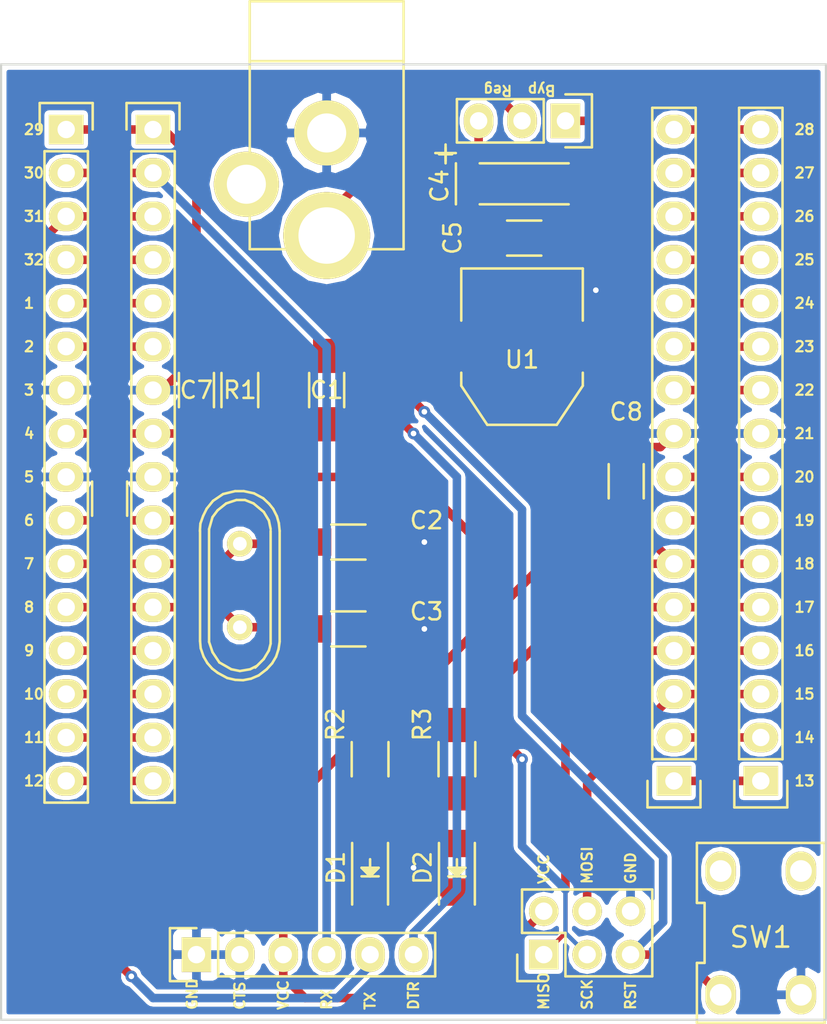
<source format=kicad_pcb>
(kicad_pcb (version 4) (host pcbnew 4.0.2-stable)

  (general
    (links 81)
    (no_connects 0)
    (area 15.157667 17.570379 68.631858 78.822333)
    (thickness 1.6)
    (drawings 50)
    (tracks 167)
    (zones 0)
    (modules 24)
    (nets 35)
  )

  (page A4)
  (layers
    (0 F.Cu signal)
    (31 B.Cu signal)
    (36 B.SilkS user)
    (37 F.SilkS user)
    (38 B.Mask user)
    (39 F.Mask user)
    (44 Edge.Cuts user)
  )

  (setup
    (last_trace_width 0.5)
    (user_trace_width 0.1524)
    (user_trace_width 0.2)
    (user_trace_width 0.25)
    (user_trace_width 0.3)
    (user_trace_width 0.4)
    (user_trace_width 0.5)
    (user_trace_width 0.6)
    (user_trace_width 0.8)
    (user_trace_width 1)
    (user_trace_width 1.2)
    (user_trace_width 1.5)
    (user_trace_width 2)
    (trace_clearance 0.254)
    (zone_clearance 0.254)
    (zone_45_only no)
    (trace_min 0.1524)
    (segment_width 0.127)
    (edge_width 0.127)
    (via_size 0.6858)
    (via_drill 0.3302)
    (via_min_size 0.6858)
    (via_min_drill 0.3302)
    (uvia_size 0.508)
    (uvia_drill 0.127)
    (uvias_allowed no)
    (uvia_min_size 0.508)
    (uvia_min_drill 0.127)
    (pcb_text_width 0.127)
    (pcb_text_size 0.6 0.6)
    (mod_edge_width 0.127)
    (mod_text_size 0.6 0.6)
    (mod_text_width 0.127)
    (pad_size 5.08 5.08)
    (pad_drill 3.302)
    (pad_to_mask_clearance 0.05)
    (pad_to_paste_clearance -0.04)
    (aux_axis_origin 0 0)
    (visible_elements 7FFFFF7F)
    (pcbplotparams
      (layerselection 0x010f0_80000001)
      (usegerberextensions true)
      (usegerberattributes true)
      (excludeedgelayer true)
      (linewidth 0.127000)
      (plotframeref false)
      (viasonmask false)
      (mode 1)
      (useauxorigin false)
      (hpglpennumber 1)
      (hpglpenspeed 20)
      (hpglpendiameter 15)
      (hpglpenoverlay 2)
      (psnegative false)
      (psa4output false)
      (plotreference true)
      (plotvalue true)
      (plotinvisibletext false)
      (padsonsilk false)
      (subtractmaskfromsilk false)
      (outputformat 1)
      (mirror false)
      (drillshape 0)
      (scaleselection 1)
      (outputdirectory C:/Users/Andrew/Documents/KiCad/Boards/Programmer/Gerbs/))
  )

  (net 0 "")
  (net 1 /29)
  (net 2 /DTR)
  (net 3 /7)
  (net 4 GND)
  (net 5 /8)
  (net 6 "Net-(CON1-Pad1)")
  (net 7 "Net-(CON1-Pad3)")
  (net 8 "Net-(D1-Pad2)")
  (net 9 "Net-(D2-Pad2)")
  (net 10 +5V)
  (net 11 /30)
  (net 12 /31)
  (net 13 /32)
  (net 14 /1)
  (net 15 /2)
  (net 16 /9)
  (net 17 /10)
  (net 18 /11)
  (net 19 /12)
  (net 20 /16)
  (net 21 /17)
  (net 22 /15)
  (net 23 /13)
  (net 24 /14)
  (net 25 /19)
  (net 26 /20)
  (net 27 /22)
  (net 28 /23)
  (net 29 /24)
  (net 30 /25)
  (net 31 /26)
  (net 32 /27)
  (net 33 /28)
  (net 34 "Net-(C4-Pad1)")

  (net_class Default "Dit is de standaard class."
    (clearance 0.254)
    (trace_width 0.254)
    (via_dia 0.6858)
    (via_drill 0.3302)
    (uvia_dia 0.508)
    (uvia_drill 0.127)
    (add_net +5V)
    (add_net /1)
    (add_net /10)
    (add_net /11)
    (add_net /12)
    (add_net /13)
    (add_net /14)
    (add_net /15)
    (add_net /16)
    (add_net /17)
    (add_net /19)
    (add_net /2)
    (add_net /20)
    (add_net /22)
    (add_net /23)
    (add_net /24)
    (add_net /25)
    (add_net /26)
    (add_net /27)
    (add_net /28)
    (add_net /29)
    (add_net /30)
    (add_net /31)
    (add_net /32)
    (add_net /7)
    (add_net /8)
    (add_net /9)
    (add_net /DTR)
    (add_net GND)
    (add_net "Net-(C4-Pad1)")
    (add_net "Net-(CON1-Pad1)")
    (add_net "Net-(CON1-Pad3)")
    (add_net "Net-(D1-Pad2)")
    (add_net "Net-(D2-Pad2)")
  )

  (net_class 0.2mm ""
    (clearance 0.2)
    (trace_width 0.2)
    (via_dia 0.6858)
    (via_drill 0.3302)
    (uvia_dia 0.508)
    (uvia_drill 0.127)
  )

  (net_class Minimal ""
    (clearance 0.1524)
    (trace_width 0.1524)
    (via_dia 0.6858)
    (via_drill 0.3302)
    (uvia_dia 0.508)
    (uvia_drill 0.127)
  )

  (module Capacitors_SMD:C_1206_HandSoldering (layer F.Cu) (tedit 571F4091) (tstamp 571F2703)
    (at 35.56 40.64 270)
    (descr "Capacitor SMD 1206, hand soldering")
    (tags "capacitor 1206")
    (path /571F2A2B)
    (attr smd)
    (fp_text reference C1 (at 0 0 360) (layer F.SilkS)
      (effects (font (size 1 1) (thickness 0.15)))
    )
    (fp_text value 0.1uf (at 0.254 -1.778 270) (layer F.Fab)
      (effects (font (size 1 1) (thickness 0.15)))
    )
    (fp_line (start -3.3 -1.15) (end 3.3 -1.15) (layer F.CrtYd) (width 0.05))
    (fp_line (start -3.3 1.15) (end 3.3 1.15) (layer F.CrtYd) (width 0.05))
    (fp_line (start -3.3 -1.15) (end -3.3 1.15) (layer F.CrtYd) (width 0.05))
    (fp_line (start 3.3 -1.15) (end 3.3 1.15) (layer F.CrtYd) (width 0.05))
    (fp_line (start 1 -1.025) (end -1 -1.025) (layer F.SilkS) (width 0.15))
    (fp_line (start -1 1.025) (end 1 1.025) (layer F.SilkS) (width 0.15))
    (pad 1 smd rect (at -2 0 270) (size 2 1.6) (layers F.Cu F.Mask)
      (net 1 /29))
    (pad 2 smd rect (at 2 0 270) (size 2 1.6) (layers F.Cu F.Mask)
      (net 2 /DTR))
    (model Capacitors_SMD.3dshapes/C_1206_HandSoldering.wrl
      (at (xyz 0 0 0))
      (scale (xyz 1 1 1))
      (rotate (xyz 0 0 0))
    )
  )

  (module Capacitors_SMD:C_1206_HandSoldering (layer F.Cu) (tedit 571F2E8A) (tstamp 571F2709)
    (at 36.83 49.53)
    (descr "Capacitor SMD 1206, hand soldering")
    (tags "capacitor 1206")
    (path /571F2305)
    (attr smd)
    (fp_text reference C2 (at 4.572 -1.27) (layer F.SilkS)
      (effects (font (size 1 1) (thickness 0.15)))
    )
    (fp_text value 22pf (at 0 2.032) (layer F.Fab)
      (effects (font (size 1 1) (thickness 0.15)))
    )
    (fp_line (start -3.3 -1.15) (end 3.3 -1.15) (layer F.CrtYd) (width 0.05))
    (fp_line (start -3.3 1.15) (end 3.3 1.15) (layer F.CrtYd) (width 0.05))
    (fp_line (start -3.3 -1.15) (end -3.3 1.15) (layer F.CrtYd) (width 0.05))
    (fp_line (start 3.3 -1.15) (end 3.3 1.15) (layer F.CrtYd) (width 0.05))
    (fp_line (start 1 -1.025) (end -1 -1.025) (layer F.SilkS) (width 0.15))
    (fp_line (start -1 1.025) (end 1 1.025) (layer F.SilkS) (width 0.15))
    (pad 1 smd rect (at -2 0) (size 2 1.6) (layers F.Cu F.Mask)
      (net 3 /7))
    (pad 2 smd rect (at 2 0) (size 2 1.6) (layers F.Cu F.Mask)
      (net 4 GND))
    (model Capacitors_SMD.3dshapes/C_1206_HandSoldering.wrl
      (at (xyz 0 0 0))
      (scale (xyz 1 1 1))
      (rotate (xyz 0 0 0))
    )
  )

  (module Capacitors_SMD:C_1206_HandSoldering (layer F.Cu) (tedit 571F2E88) (tstamp 571F270F)
    (at 36.83 54.61)
    (descr "Capacitor SMD 1206, hand soldering")
    (tags "capacitor 1206")
    (path /571F236C)
    (attr smd)
    (fp_text reference C3 (at 4.572 -1.016) (layer F.SilkS)
      (effects (font (size 1 1) (thickness 0.15)))
    )
    (fp_text value 22pf (at 0.254 2.032) (layer F.Fab)
      (effects (font (size 1 1) (thickness 0.15)))
    )
    (fp_line (start -3.3 -1.15) (end 3.3 -1.15) (layer F.CrtYd) (width 0.05))
    (fp_line (start -3.3 1.15) (end 3.3 1.15) (layer F.CrtYd) (width 0.05))
    (fp_line (start -3.3 -1.15) (end -3.3 1.15) (layer F.CrtYd) (width 0.05))
    (fp_line (start 3.3 -1.15) (end 3.3 1.15) (layer F.CrtYd) (width 0.05))
    (fp_line (start 1 -1.025) (end -1 -1.025) (layer F.SilkS) (width 0.15))
    (fp_line (start -1 1.025) (end 1 1.025) (layer F.SilkS) (width 0.15))
    (pad 1 smd rect (at -2 0) (size 2 1.6) (layers F.Cu F.Mask)
      (net 5 /8))
    (pad 2 smd rect (at 2 0) (size 2 1.6) (layers F.Cu F.Mask)
      (net 4 GND))
    (model Capacitors_SMD.3dshapes/C_1206_HandSoldering.wrl
      (at (xyz 0 0 0))
      (scale (xyz 1 1 1))
      (rotate (xyz 0 0 0))
    )
  )

  (module AJGFEET:DC-Jack (layer F.Cu) (tedit 571FF24F) (tstamp 571F2716)
    (at 35.56 25.4 270)
    (descr "DC Barrel Jack")
    (tags "Power Jack")
    (path /571F5873)
    (fp_text reference CON1 (at 10.09904 0 360) (layer F.SilkS) hide
      (effects (font (size 1 1) (thickness 0.15)))
    )
    (fp_text value BARREL_JACK (at 0 -5.99948 270) (layer F.Fab) hide
      (effects (font (size 1 1) (thickness 0.15)))
    )
    (fp_line (start -4.0005 -4.50088) (end -4.0005 4.50088) (layer F.SilkS) (width 0.15))
    (fp_line (start -7.50062 -4.50088) (end -7.50062 4.50088) (layer F.SilkS) (width 0.15))
    (fp_line (start -7.50062 4.50088) (end 7.00024 4.50088) (layer F.SilkS) (width 0.15))
    (fp_line (start 7.00024 4.50088) (end 7.00024 -4.50088) (layer F.SilkS) (width 0.15))
    (fp_line (start 7.00024 -4.50088) (end -7.50062 -4.50088) (layer F.SilkS) (width 0.15))
    (pad 1 thru_hole oval (at 6.20014 0 270) (size 5.08 5.08) (drill 3.302) (layers *.Cu *.Mask F.SilkS)
      (net 6 "Net-(CON1-Pad1)"))
    (pad 2 thru_hole oval (at 0.20066 0 270) (size 3.81 3.81) (drill 2.286) (layers *.Cu *.Mask F.SilkS)
      (net 4 GND))
    (pad 3 thru_hole oval (at 3.2004 4.699 270) (size 3.81 3.81) (drill 2.286) (layers *.Cu *.Mask F.SilkS)
      (net 7 "Net-(CON1-Pad3)"))
  )

  (module LEDs:LED_1206 (layer F.Cu) (tedit 55BDE2E8) (tstamp 571F271C)
    (at 38.1 68.58 90)
    (descr "LED 1206 smd package")
    (tags "LED1206 SMD")
    (path /571F37FA)
    (attr smd)
    (fp_text reference D1 (at 0 -2 90) (layer F.SilkS)
      (effects (font (size 1 1) (thickness 0.15)))
    )
    (fp_text value Red (at 0 2 90) (layer F.Fab)
      (effects (font (size 1 1) (thickness 0.15)))
    )
    (fp_line (start -2.15 1.05) (end 1.45 1.05) (layer F.SilkS) (width 0.15))
    (fp_line (start -2.15 -1.05) (end 1.45 -1.05) (layer F.SilkS) (width 0.15))
    (fp_line (start -0.1 -0.3) (end -0.1 0.3) (layer F.SilkS) (width 0.15))
    (fp_line (start -0.1 0.3) (end -0.4 0) (layer F.SilkS) (width 0.15))
    (fp_line (start -0.4 0) (end -0.2 -0.2) (layer F.SilkS) (width 0.15))
    (fp_line (start -0.2 -0.2) (end -0.2 0.05) (layer F.SilkS) (width 0.15))
    (fp_line (start -0.2 0.05) (end -0.25 0) (layer F.SilkS) (width 0.15))
    (fp_line (start -0.5 -0.5) (end -0.5 0.5) (layer F.SilkS) (width 0.15))
    (fp_line (start 0 0) (end 0.5 0) (layer F.SilkS) (width 0.15))
    (fp_line (start -0.5 0) (end 0 -0.5) (layer F.SilkS) (width 0.15))
    (fp_line (start 0 -0.5) (end 0 0.5) (layer F.SilkS) (width 0.15))
    (fp_line (start 0 0.5) (end -0.5 0) (layer F.SilkS) (width 0.15))
    (fp_line (start 2.5 -1.25) (end -2.5 -1.25) (layer F.CrtYd) (width 0.05))
    (fp_line (start -2.5 -1.25) (end -2.5 1.25) (layer F.CrtYd) (width 0.05))
    (fp_line (start -2.5 1.25) (end 2.5 1.25) (layer F.CrtYd) (width 0.05))
    (fp_line (start 2.5 1.25) (end 2.5 -1.25) (layer F.CrtYd) (width 0.05))
    (pad 2 smd rect (at 1.41986 0 270) (size 1.59766 1.80086) (layers F.Cu F.Mask)
      (net 8 "Net-(D1-Pad2)"))
    (pad 1 smd rect (at -1.41986 0 270) (size 1.59766 1.80086) (layers F.Cu F.Mask)
      (net 4 GND))
    (model LEDs.3dshapes/LED_1206.wrl
      (at (xyz 0 0 0))
      (scale (xyz 1 1 1))
      (rotate (xyz 0 0 180))
    )
  )

  (module LEDs:LED_1206 (layer F.Cu) (tedit 55BDE2E8) (tstamp 571F2722)
    (at 43.18 68.58 90)
    (descr "LED 1206 smd package")
    (tags "LED1206 SMD")
    (path /571F3B00)
    (attr smd)
    (fp_text reference D2 (at 0 -2 90) (layer F.SilkS)
      (effects (font (size 1 1) (thickness 0.15)))
    )
    (fp_text value Green (at 0 2 90) (layer F.Fab)
      (effects (font (size 1 1) (thickness 0.15)))
    )
    (fp_line (start -2.15 1.05) (end 1.45 1.05) (layer F.SilkS) (width 0.15))
    (fp_line (start -2.15 -1.05) (end 1.45 -1.05) (layer F.SilkS) (width 0.15))
    (fp_line (start -0.1 -0.3) (end -0.1 0.3) (layer F.SilkS) (width 0.15))
    (fp_line (start -0.1 0.3) (end -0.4 0) (layer F.SilkS) (width 0.15))
    (fp_line (start -0.4 0) (end -0.2 -0.2) (layer F.SilkS) (width 0.15))
    (fp_line (start -0.2 -0.2) (end -0.2 0.05) (layer F.SilkS) (width 0.15))
    (fp_line (start -0.2 0.05) (end -0.25 0) (layer F.SilkS) (width 0.15))
    (fp_line (start -0.5 -0.5) (end -0.5 0.5) (layer F.SilkS) (width 0.15))
    (fp_line (start 0 0) (end 0.5 0) (layer F.SilkS) (width 0.15))
    (fp_line (start -0.5 0) (end 0 -0.5) (layer F.SilkS) (width 0.15))
    (fp_line (start 0 -0.5) (end 0 0.5) (layer F.SilkS) (width 0.15))
    (fp_line (start 0 0.5) (end -0.5 0) (layer F.SilkS) (width 0.15))
    (fp_line (start 2.5 -1.25) (end -2.5 -1.25) (layer F.CrtYd) (width 0.05))
    (fp_line (start -2.5 -1.25) (end -2.5 1.25) (layer F.CrtYd) (width 0.05))
    (fp_line (start -2.5 1.25) (end 2.5 1.25) (layer F.CrtYd) (width 0.05))
    (fp_line (start 2.5 1.25) (end 2.5 -1.25) (layer F.CrtYd) (width 0.05))
    (pad 2 smd rect (at 1.41986 0 270) (size 1.59766 1.80086) (layers F.Cu F.Mask)
      (net 9 "Net-(D2-Pad2)"))
    (pad 1 smd rect (at -1.41986 0 270) (size 1.59766 1.80086) (layers F.Cu F.Mask)
      (net 4 GND))
    (model LEDs.3dshapes/LED_1206.wrl
      (at (xyz 0 0 0))
      (scale (xyz 1 1 1))
      (rotate (xyz 0 0 180))
    )
  )

  (module Pin_Headers:Pin_Header_Straight_1x06 (layer F.Cu) (tedit 571F2E51) (tstamp 571F272C)
    (at 27.94 73.66 90)
    (descr "Through hole pin header")
    (tags "pin header")
    (path /571F2299)
    (fp_text reference P1 (at 0 -5.1 90) (layer F.SilkS) hide
      (effects (font (size 1 1) (thickness 0.15)))
    )
    (fp_text value CONN_01X06 (at 0 -3.1 90) (layer F.Fab) hide
      (effects (font (size 1 1) (thickness 0.15)))
    )
    (fp_line (start -1.75 -1.75) (end -1.75 14.45) (layer F.CrtYd) (width 0.05))
    (fp_line (start 1.75 -1.75) (end 1.75 14.45) (layer F.CrtYd) (width 0.05))
    (fp_line (start -1.75 -1.75) (end 1.75 -1.75) (layer F.CrtYd) (width 0.05))
    (fp_line (start -1.75 14.45) (end 1.75 14.45) (layer F.CrtYd) (width 0.05))
    (fp_line (start 1.27 1.27) (end 1.27 13.97) (layer F.SilkS) (width 0.15))
    (fp_line (start 1.27 13.97) (end -1.27 13.97) (layer F.SilkS) (width 0.15))
    (fp_line (start -1.27 13.97) (end -1.27 1.27) (layer F.SilkS) (width 0.15))
    (fp_line (start 1.55 -1.55) (end 1.55 0) (layer F.SilkS) (width 0.15))
    (fp_line (start 1.27 1.27) (end -1.27 1.27) (layer F.SilkS) (width 0.15))
    (fp_line (start -1.55 0) (end -1.55 -1.55) (layer F.SilkS) (width 0.15))
    (fp_line (start -1.55 -1.55) (end 1.55 -1.55) (layer F.SilkS) (width 0.15))
    (pad 1 thru_hole rect (at 0 0 90) (size 2.032 1.7272) (drill 1.016) (layers *.Cu *.Mask F.SilkS)
      (net 4 GND))
    (pad 2 thru_hole oval (at 0 2.54 90) (size 2.032 1.7272) (drill 1.016) (layers *.Cu *.Mask F.SilkS)
      (net 4 GND))
    (pad 3 thru_hole oval (at 0 5.08 90) (size 2.032 1.7272) (drill 1.016) (layers *.Cu *.Mask F.SilkS)
      (net 10 +5V))
    (pad 4 thru_hole oval (at 0 7.62 90) (size 2.032 1.7272) (drill 1.016) (layers *.Cu *.Mask F.SilkS)
      (net 11 /30))
    (pad 5 thru_hole oval (at 0 10.16 90) (size 2.032 1.7272) (drill 1.016) (layers *.Cu *.Mask F.SilkS)
      (net 12 /31))
    (pad 6 thru_hole oval (at 0 12.7 90) (size 2.032 1.7272) (drill 1.016) (layers *.Cu *.Mask F.SilkS)
      (net 2 /DTR))
    (model Pin_Headers.3dshapes/Pin_Header_Straight_1x06.wrl
      (at (xyz 0 -0.25 0))
      (scale (xyz 1 1 1))
      (rotate (xyz 0 0 90))
    )
  )

  (module Pin_Headers:Pin_Header_Straight_1x16 (layer F.Cu) (tedit 571F2E20) (tstamp 571F2740)
    (at 25.4 25.4)
    (descr "Through hole pin header")
    (tags "pin header")
    (path /571F1E3E)
    (fp_text reference P2 (at 0 -5.1) (layer F.SilkS) hide
      (effects (font (size 1 1) (thickness 0.15)))
    )
    (fp_text value CONN_01X16 (at 0 -3.1) (layer F.Fab) hide
      (effects (font (size 1 1) (thickness 0.15)))
    )
    (fp_line (start -1.75 -1.75) (end -1.75 39.85) (layer F.CrtYd) (width 0.05))
    (fp_line (start 1.75 -1.75) (end 1.75 39.85) (layer F.CrtYd) (width 0.05))
    (fp_line (start -1.75 -1.75) (end 1.75 -1.75) (layer F.CrtYd) (width 0.05))
    (fp_line (start -1.75 39.85) (end 1.75 39.85) (layer F.CrtYd) (width 0.05))
    (fp_line (start -1.27 1.27) (end -1.27 39.37) (layer F.SilkS) (width 0.15))
    (fp_line (start -1.27 39.37) (end 1.27 39.37) (layer F.SilkS) (width 0.15))
    (fp_line (start 1.27 39.37) (end 1.27 1.27) (layer F.SilkS) (width 0.15))
    (fp_line (start 1.55 -1.55) (end 1.55 0) (layer F.SilkS) (width 0.15))
    (fp_line (start 1.27 1.27) (end -1.27 1.27) (layer F.SilkS) (width 0.15))
    (fp_line (start -1.55 0) (end -1.55 -1.55) (layer F.SilkS) (width 0.15))
    (fp_line (start -1.55 -1.55) (end 1.55 -1.55) (layer F.SilkS) (width 0.15))
    (pad 1 thru_hole rect (at 0 0) (size 2.032 1.7272) (drill 1.016) (layers *.Cu *.Mask F.SilkS)
      (net 1 /29))
    (pad 2 thru_hole oval (at 0 2.54) (size 2.032 1.7272) (drill 1.016) (layers *.Cu *.Mask F.SilkS)
      (net 11 /30))
    (pad 3 thru_hole oval (at 0 5.08) (size 2.032 1.7272) (drill 1.016) (layers *.Cu *.Mask F.SilkS)
      (net 12 /31))
    (pad 4 thru_hole oval (at 0 7.62) (size 2.032 1.7272) (drill 1.016) (layers *.Cu *.Mask F.SilkS)
      (net 13 /32))
    (pad 5 thru_hole oval (at 0 10.16) (size 2.032 1.7272) (drill 1.016) (layers *.Cu *.Mask F.SilkS)
      (net 14 /1))
    (pad 6 thru_hole oval (at 0 12.7) (size 2.032 1.7272) (drill 1.016) (layers *.Cu *.Mask F.SilkS)
      (net 15 /2))
    (pad 7 thru_hole oval (at 0 15.24) (size 2.032 1.7272) (drill 1.016) (layers *.Cu *.Mask F.SilkS)
      (net 4 GND))
    (pad 8 thru_hole oval (at 0 17.78) (size 2.032 1.7272) (drill 1.016) (layers *.Cu *.Mask F.SilkS)
      (net 10 +5V))
    (pad 9 thru_hole oval (at 0 20.32) (size 2.032 1.7272) (drill 1.016) (layers *.Cu *.Mask F.SilkS)
      (net 4 GND))
    (pad 10 thru_hole oval (at 0 22.86) (size 2.032 1.7272) (drill 1.016) (layers *.Cu *.Mask F.SilkS)
      (net 10 +5V))
    (pad 11 thru_hole oval (at 0 25.4) (size 2.032 1.7272) (drill 1.016) (layers *.Cu *.Mask F.SilkS)
      (net 3 /7))
    (pad 12 thru_hole oval (at 0 27.94) (size 2.032 1.7272) (drill 1.016) (layers *.Cu *.Mask F.SilkS)
      (net 5 /8))
    (pad 13 thru_hole oval (at 0 30.48) (size 2.032 1.7272) (drill 1.016) (layers *.Cu *.Mask F.SilkS)
      (net 16 /9))
    (pad 14 thru_hole oval (at 0 33.02) (size 2.032 1.7272) (drill 1.016) (layers *.Cu *.Mask F.SilkS)
      (net 17 /10))
    (pad 15 thru_hole oval (at 0 35.56) (size 2.032 1.7272) (drill 1.016) (layers *.Cu *.Mask F.SilkS)
      (net 18 /11))
    (pad 16 thru_hole oval (at 0 38.1) (size 2.032 1.7272) (drill 1.016) (layers *.Cu *.Mask F.SilkS)
      (net 19 /12))
    (model Pin_Headers.3dshapes/Pin_Header_Straight_1x16.wrl
      (at (xyz 0 -0.75 0))
      (scale (xyz 1 1 1))
      (rotate (xyz 0 0 90))
    )
  )

  (module Pin_Headers:Pin_Header_Straight_2x03 (layer F.Cu) (tedit 571F2E54) (tstamp 571F274A)
    (at 48.26 73.66 90)
    (descr "Through hole pin header")
    (tags "pin header")
    (path /571F2229)
    (fp_text reference P3 (at 0 -5.1 90) (layer F.SilkS) hide
      (effects (font (size 1 1) (thickness 0.15)))
    )
    (fp_text value CONN_02X03 (at 0 -3.1 90) (layer F.Fab) hide
      (effects (font (size 1 1) (thickness 0.15)))
    )
    (fp_line (start -1.27 1.27) (end -1.27 6.35) (layer F.SilkS) (width 0.15))
    (fp_line (start -1.55 -1.55) (end 0 -1.55) (layer F.SilkS) (width 0.15))
    (fp_line (start -1.75 -1.75) (end -1.75 6.85) (layer F.CrtYd) (width 0.05))
    (fp_line (start 4.3 -1.75) (end 4.3 6.85) (layer F.CrtYd) (width 0.05))
    (fp_line (start -1.75 -1.75) (end 4.3 -1.75) (layer F.CrtYd) (width 0.05))
    (fp_line (start -1.75 6.85) (end 4.3 6.85) (layer F.CrtYd) (width 0.05))
    (fp_line (start 1.27 -1.27) (end 1.27 1.27) (layer F.SilkS) (width 0.15))
    (fp_line (start 1.27 1.27) (end -1.27 1.27) (layer F.SilkS) (width 0.15))
    (fp_line (start -1.27 6.35) (end 3.81 6.35) (layer F.SilkS) (width 0.15))
    (fp_line (start 3.81 6.35) (end 3.81 1.27) (layer F.SilkS) (width 0.15))
    (fp_line (start -1.55 -1.55) (end -1.55 0) (layer F.SilkS) (width 0.15))
    (fp_line (start 3.81 -1.27) (end 1.27 -1.27) (layer F.SilkS) (width 0.15))
    (fp_line (start 3.81 1.27) (end 3.81 -1.27) (layer F.SilkS) (width 0.15))
    (pad 1 thru_hole rect (at 0 0 90) (size 1.7272 1.7272) (drill 1.016) (layers *.Cu *.Mask F.SilkS)
      (net 20 /16))
    (pad 2 thru_hole oval (at 2.54 0 90) (size 1.7272 1.7272) (drill 1.016) (layers *.Cu *.Mask F.SilkS)
      (net 10 +5V))
    (pad 3 thru_hole oval (at 0 2.54 90) (size 1.7272 1.7272) (drill 1.016) (layers *.Cu *.Mask F.SilkS)
      (net 21 /17))
    (pad 4 thru_hole oval (at 2.54 2.54 90) (size 1.7272 1.7272) (drill 1.016) (layers *.Cu *.Mask F.SilkS)
      (net 22 /15))
    (pad 5 thru_hole oval (at 0 5.08 90) (size 1.7272 1.7272) (drill 1.016) (layers *.Cu *.Mask F.SilkS)
      (net 1 /29))
    (pad 6 thru_hole oval (at 2.54 5.08 90) (size 1.7272 1.7272) (drill 1.016) (layers *.Cu *.Mask F.SilkS)
      (net 4 GND))
    (model Pin_Headers.3dshapes/Pin_Header_Straight_2x03.wrl
      (at (xyz 0.05 -0.1 0))
      (scale (xyz 1 1 1))
      (rotate (xyz 0 0 90))
    )
  )

  (module Pin_Headers:Pin_Header_Straight_1x16 (layer F.Cu) (tedit 571F2E24) (tstamp 571F275E)
    (at 55.88 63.5 180)
    (descr "Through hole pin header")
    (tags "pin header")
    (path /571F1F1F)
    (fp_text reference P4 (at 0 -5.1 180) (layer F.SilkS) hide
      (effects (font (size 1 1) (thickness 0.15)))
    )
    (fp_text value CONN_01X16 (at 0 -3.1 180) (layer F.Fab) hide
      (effects (font (size 1 1) (thickness 0.15)))
    )
    (fp_line (start -1.75 -1.75) (end -1.75 39.85) (layer F.CrtYd) (width 0.05))
    (fp_line (start 1.75 -1.75) (end 1.75 39.85) (layer F.CrtYd) (width 0.05))
    (fp_line (start -1.75 -1.75) (end 1.75 -1.75) (layer F.CrtYd) (width 0.05))
    (fp_line (start -1.75 39.85) (end 1.75 39.85) (layer F.CrtYd) (width 0.05))
    (fp_line (start -1.27 1.27) (end -1.27 39.37) (layer F.SilkS) (width 0.15))
    (fp_line (start -1.27 39.37) (end 1.27 39.37) (layer F.SilkS) (width 0.15))
    (fp_line (start 1.27 39.37) (end 1.27 1.27) (layer F.SilkS) (width 0.15))
    (fp_line (start 1.55 -1.55) (end 1.55 0) (layer F.SilkS) (width 0.15))
    (fp_line (start 1.27 1.27) (end -1.27 1.27) (layer F.SilkS) (width 0.15))
    (fp_line (start -1.55 0) (end -1.55 -1.55) (layer F.SilkS) (width 0.15))
    (fp_line (start -1.55 -1.55) (end 1.55 -1.55) (layer F.SilkS) (width 0.15))
    (pad 1 thru_hole rect (at 0 0 180) (size 2.032 1.7272) (drill 1.016) (layers *.Cu *.Mask F.SilkS)
      (net 23 /13))
    (pad 2 thru_hole oval (at 0 2.54 180) (size 2.032 1.7272) (drill 1.016) (layers *.Cu *.Mask F.SilkS)
      (net 24 /14))
    (pad 3 thru_hole oval (at 0 5.08 180) (size 2.032 1.7272) (drill 1.016) (layers *.Cu *.Mask F.SilkS)
      (net 22 /15))
    (pad 4 thru_hole oval (at 0 7.62 180) (size 2.032 1.7272) (drill 1.016) (layers *.Cu *.Mask F.SilkS)
      (net 20 /16))
    (pad 5 thru_hole oval (at 0 10.16 180) (size 2.032 1.7272) (drill 1.016) (layers *.Cu *.Mask F.SilkS)
      (net 21 /17))
    (pad 6 thru_hole oval (at 0 12.7 180) (size 2.032 1.7272) (drill 1.016) (layers *.Cu *.Mask F.SilkS)
      (net 10 +5V))
    (pad 7 thru_hole oval (at 0 15.24 180) (size 2.032 1.7272) (drill 1.016) (layers *.Cu *.Mask F.SilkS)
      (net 25 /19))
    (pad 8 thru_hole oval (at 0 17.78 180) (size 2.032 1.7272) (drill 1.016) (layers *.Cu *.Mask F.SilkS)
      (net 26 /20))
    (pad 9 thru_hole oval (at 0 20.32 180) (size 2.032 1.7272) (drill 1.016) (layers *.Cu *.Mask F.SilkS)
      (net 4 GND))
    (pad 10 thru_hole oval (at 0 22.86 180) (size 2.032 1.7272) (drill 1.016) (layers *.Cu *.Mask F.SilkS)
      (net 27 /22))
    (pad 11 thru_hole oval (at 0 25.4 180) (size 2.032 1.7272) (drill 1.016) (layers *.Cu *.Mask F.SilkS)
      (net 28 /23))
    (pad 12 thru_hole oval (at 0 27.94 180) (size 2.032 1.7272) (drill 1.016) (layers *.Cu *.Mask F.SilkS)
      (net 29 /24))
    (pad 13 thru_hole oval (at 0 30.48 180) (size 2.032 1.7272) (drill 1.016) (layers *.Cu *.Mask F.SilkS)
      (net 30 /25))
    (pad 14 thru_hole oval (at 0 33.02 180) (size 2.032 1.7272) (drill 1.016) (layers *.Cu *.Mask F.SilkS)
      (net 31 /26))
    (pad 15 thru_hole oval (at 0 35.56 180) (size 2.032 1.7272) (drill 1.016) (layers *.Cu *.Mask F.SilkS)
      (net 32 /27))
    (pad 16 thru_hole oval (at 0 38.1 180) (size 2.032 1.7272) (drill 1.016) (layers *.Cu *.Mask F.SilkS)
      (net 33 /28))
    (model Pin_Headers.3dshapes/Pin_Header_Straight_1x16.wrl
      (at (xyz 0 -0.75 0))
      (scale (xyz 1 1 1))
      (rotate (xyz 0 0 90))
    )
  )

  (module Resistors_SMD:R_1206_HandSoldering (layer F.Cu) (tedit 571F4089) (tstamp 571F2764)
    (at 30.48 40.64 90)
    (descr "Resistor SMD 1206, hand soldering")
    (tags "resistor 1206")
    (path /571F29B2)
    (attr smd)
    (fp_text reference R1 (at 0 0 180) (layer F.SilkS)
      (effects (font (size 1 1) (thickness 0.15)))
    )
    (fp_text value 10k (at 4.826 0 90) (layer F.Fab)
      (effects (font (size 1 1) (thickness 0.15)))
    )
    (fp_line (start -3.3 -1.2) (end 3.3 -1.2) (layer F.CrtYd) (width 0.05))
    (fp_line (start -3.3 1.2) (end 3.3 1.2) (layer F.CrtYd) (width 0.05))
    (fp_line (start -3.3 -1.2) (end -3.3 1.2) (layer F.CrtYd) (width 0.05))
    (fp_line (start 3.3 -1.2) (end 3.3 1.2) (layer F.CrtYd) (width 0.05))
    (fp_line (start 1 1.075) (end -1 1.075) (layer F.SilkS) (width 0.15))
    (fp_line (start -1 -1.075) (end 1 -1.075) (layer F.SilkS) (width 0.15))
    (pad 1 smd rect (at -2 0 90) (size 2 1.7) (layers F.Cu F.Mask)
      (net 10 +5V))
    (pad 2 smd rect (at 2 0 90) (size 2 1.7) (layers F.Cu F.Mask)
      (net 1 /29))
    (model Resistors_SMD.3dshapes/R_1206_HandSoldering.wrl
      (at (xyz 0 0 0))
      (scale (xyz 1 1 1))
      (rotate (xyz 0 0 0))
    )
  )

  (module Resistors_SMD:R_1206_HandSoldering (layer F.Cu) (tedit 571F2EAC) (tstamp 571F276A)
    (at 38.1 62.23 270)
    (descr "Resistor SMD 1206, hand soldering")
    (tags "resistor 1206")
    (path /571F32B4)
    (attr smd)
    (fp_text reference R2 (at -2.032 2.032 450) (layer F.SilkS)
      (effects (font (size 1 1) (thickness 0.15)))
    )
    (fp_text value 10k (at 0 -2.032 270) (layer F.Fab)
      (effects (font (size 1 1) (thickness 0.15)))
    )
    (fp_line (start -3.3 -1.2) (end 3.3 -1.2) (layer F.CrtYd) (width 0.05))
    (fp_line (start -3.3 1.2) (end 3.3 1.2) (layer F.CrtYd) (width 0.05))
    (fp_line (start -3.3 -1.2) (end -3.3 1.2) (layer F.CrtYd) (width 0.05))
    (fp_line (start 3.3 -1.2) (end 3.3 1.2) (layer F.CrtYd) (width 0.05))
    (fp_line (start 1 1.075) (end -1 1.075) (layer F.SilkS) (width 0.15))
    (fp_line (start -1 -1.075) (end 1 -1.075) (layer F.SilkS) (width 0.15))
    (pad 1 smd rect (at -2 0 270) (size 2 1.7) (layers F.Cu F.Mask)
      (net 10 +5V))
    (pad 2 smd rect (at 2 0 270) (size 2 1.7) (layers F.Cu F.Mask)
      (net 8 "Net-(D1-Pad2)"))
    (model Resistors_SMD.3dshapes/R_1206_HandSoldering.wrl
      (at (xyz 0 0 0))
      (scale (xyz 1 1 1))
      (rotate (xyz 0 0 0))
    )
  )

  (module Resistors_SMD:R_1206_HandSoldering (layer F.Cu) (tedit 571F2EA3) (tstamp 571F2770)
    (at 43.18 62.23 270)
    (descr "Resistor SMD 1206, hand soldering")
    (tags "resistor 1206")
    (path /571F2F76)
    (attr smd)
    (fp_text reference R3 (at -2.032 2.032 270) (layer F.SilkS)
      (effects (font (size 1 1) (thickness 0.15)))
    )
    (fp_text value 500 (at -0.254 -2.032 270) (layer F.Fab)
      (effects (font (size 1 1) (thickness 0.15)))
    )
    (fp_line (start -3.3 -1.2) (end 3.3 -1.2) (layer F.CrtYd) (width 0.05))
    (fp_line (start -3.3 1.2) (end 3.3 1.2) (layer F.CrtYd) (width 0.05))
    (fp_line (start -3.3 -1.2) (end -3.3 1.2) (layer F.CrtYd) (width 0.05))
    (fp_line (start 3.3 -1.2) (end 3.3 1.2) (layer F.CrtYd) (width 0.05))
    (fp_line (start 1 1.075) (end -1 1.075) (layer F.SilkS) (width 0.15))
    (fp_line (start -1 -1.075) (end 1 -1.075) (layer F.SilkS) (width 0.15))
    (pad 1 smd rect (at -2 0 270) (size 2 1.7) (layers F.Cu F.Mask)
      (net 21 /17))
    (pad 2 smd rect (at 2 0 270) (size 2 1.7) (layers F.Cu F.Mask)
      (net 9 "Net-(D2-Pad2)"))
    (model Resistors_SMD.3dshapes/R_1206_HandSoldering.wrl
      (at (xyz 0 0 0))
      (scale (xyz 1 1 1))
      (rotate (xyz 0 0 0))
    )
  )

  (module TO_SOT_Packages_SMD:SOT-223 (layer F.Cu) (tedit 571F2E2A) (tstamp 571F277E)
    (at 46.99 38.1 180)
    (descr "module CMS SOT223 4 pins")
    (tags "CMS SOT")
    (path /571F5924)
    (attr smd)
    (fp_text reference U1 (at 0 -0.762 180) (layer F.SilkS)
      (effects (font (size 1 1) (thickness 0.15)))
    )
    (fp_text value LD1117S50TR (at 0 0.762 180) (layer F.Fab) hide
      (effects (font (size 1 1) (thickness 0.15)))
    )
    (fp_line (start -3.556 1.524) (end -3.556 4.572) (layer F.SilkS) (width 0.15))
    (fp_line (start -3.556 4.572) (end 3.556 4.572) (layer F.SilkS) (width 0.15))
    (fp_line (start 3.556 4.572) (end 3.556 1.524) (layer F.SilkS) (width 0.15))
    (fp_line (start -3.556 -1.524) (end -3.556 -2.286) (layer F.SilkS) (width 0.15))
    (fp_line (start -3.556 -2.286) (end -2.032 -4.572) (layer F.SilkS) (width 0.15))
    (fp_line (start -2.032 -4.572) (end 2.032 -4.572) (layer F.SilkS) (width 0.15))
    (fp_line (start 2.032 -4.572) (end 3.556 -2.286) (layer F.SilkS) (width 0.15))
    (fp_line (start 3.556 -2.286) (end 3.556 -1.524) (layer F.SilkS) (width 0.15))
    (pad 4 smd rect (at 0 -3.302 180) (size 3.6576 2.032) (layers F.Cu F.Mask))
    (pad 2 smd rect (at 0 3.302 180) (size 1.016 2.032) (layers F.Cu F.Mask)
      (net 10 +5V))
    (pad 3 smd rect (at 2.286 3.302 180) (size 1.016 2.032) (layers F.Cu F.Mask)
      (net 34 "Net-(C4-Pad1)"))
    (pad 1 smd rect (at -2.286 3.302 180) (size 1.016 2.032) (layers F.Cu F.Mask)
      (net 4 GND))
    (model TO_SOT_Packages_SMD.3dshapes/SOT-223.wrl
      (at (xyz 0 0 0))
      (scale (xyz 0.4 0.4 0.4))
      (rotate (xyz 0 0 0))
    )
  )

  (module Crystals:Crystal_HC49-U_Vertical (layer F.Cu) (tedit 571F2E5F) (tstamp 571F2784)
    (at 30.48 52.07 270)
    (descr "Crystal Quarz HC49/U vertical stehend")
    (tags "Crystal Quarz HC49/U vertical stehend")
    (path /571F22C4)
    (fp_text reference Y1 (at 0 -3.81 270) (layer F.SilkS) hide
      (effects (font (size 1 1) (thickness 0.15)))
    )
    (fp_text value 22pf (at 0 3.81 270) (layer F.Fab) hide
      (effects (font (size 1 1) (thickness 0.15)))
    )
    (fp_line (start 4.699 -1.00076) (end 4.89966 -0.59944) (layer F.SilkS) (width 0.15))
    (fp_line (start 4.89966 -0.59944) (end 5.00126 0) (layer F.SilkS) (width 0.15))
    (fp_line (start 5.00126 0) (end 4.89966 0.50038) (layer F.SilkS) (width 0.15))
    (fp_line (start 4.89966 0.50038) (end 4.50088 1.19888) (layer F.SilkS) (width 0.15))
    (fp_line (start 4.50088 1.19888) (end 3.8989 1.6002) (layer F.SilkS) (width 0.15))
    (fp_line (start 3.8989 1.6002) (end 3.29946 1.80086) (layer F.SilkS) (width 0.15))
    (fp_line (start 3.29946 1.80086) (end -3.29946 1.80086) (layer F.SilkS) (width 0.15))
    (fp_line (start -3.29946 1.80086) (end -4.0005 1.6002) (layer F.SilkS) (width 0.15))
    (fp_line (start -4.0005 1.6002) (end -4.39928 1.30048) (layer F.SilkS) (width 0.15))
    (fp_line (start -4.39928 1.30048) (end -4.8006 0.8001) (layer F.SilkS) (width 0.15))
    (fp_line (start -4.8006 0.8001) (end -5.00126 0.20066) (layer F.SilkS) (width 0.15))
    (fp_line (start -5.00126 0.20066) (end -5.00126 -0.29972) (layer F.SilkS) (width 0.15))
    (fp_line (start -5.00126 -0.29972) (end -4.8006 -0.8001) (layer F.SilkS) (width 0.15))
    (fp_line (start -4.8006 -0.8001) (end -4.30022 -1.39954) (layer F.SilkS) (width 0.15))
    (fp_line (start -4.30022 -1.39954) (end -3.79984 -1.69926) (layer F.SilkS) (width 0.15))
    (fp_line (start -3.79984 -1.69926) (end -3.29946 -1.80086) (layer F.SilkS) (width 0.15))
    (fp_line (start -3.2004 -1.80086) (end 3.40106 -1.80086) (layer F.SilkS) (width 0.15))
    (fp_line (start 3.40106 -1.80086) (end 3.79984 -1.69926) (layer F.SilkS) (width 0.15))
    (fp_line (start 3.79984 -1.69926) (end 4.30022 -1.39954) (layer F.SilkS) (width 0.15))
    (fp_line (start 4.30022 -1.39954) (end 4.8006 -0.89916) (layer F.SilkS) (width 0.15))
    (fp_line (start -3.19024 -2.32918) (end -3.64998 -2.28092) (layer F.SilkS) (width 0.15))
    (fp_line (start -3.64998 -2.28092) (end -4.04876 -2.16916) (layer F.SilkS) (width 0.15))
    (fp_line (start -4.04876 -2.16916) (end -4.48056 -1.95072) (layer F.SilkS) (width 0.15))
    (fp_line (start -4.48056 -1.95072) (end -4.77012 -1.71958) (layer F.SilkS) (width 0.15))
    (fp_line (start -4.77012 -1.71958) (end -5.10032 -1.36906) (layer F.SilkS) (width 0.15))
    (fp_line (start -5.10032 -1.36906) (end -5.38988 -0.83058) (layer F.SilkS) (width 0.15))
    (fp_line (start -5.38988 -0.83058) (end -5.51942 -0.23114) (layer F.SilkS) (width 0.15))
    (fp_line (start -5.51942 -0.23114) (end -5.51942 0.2794) (layer F.SilkS) (width 0.15))
    (fp_line (start -5.51942 0.2794) (end -5.34924 0.98044) (layer F.SilkS) (width 0.15))
    (fp_line (start -5.34924 0.98044) (end -4.95046 1.56972) (layer F.SilkS) (width 0.15))
    (fp_line (start -4.95046 1.56972) (end -4.49072 1.94056) (layer F.SilkS) (width 0.15))
    (fp_line (start -4.49072 1.94056) (end -4.06908 2.14884) (layer F.SilkS) (width 0.15))
    (fp_line (start -4.06908 2.14884) (end -3.6195 2.30886) (layer F.SilkS) (width 0.15))
    (fp_line (start -3.6195 2.30886) (end -3.18008 2.33934) (layer F.SilkS) (width 0.15))
    (fp_line (start 4.16052 2.1209) (end 4.53898 1.89992) (layer F.SilkS) (width 0.15))
    (fp_line (start 4.53898 1.89992) (end 4.85902 1.62052) (layer F.SilkS) (width 0.15))
    (fp_line (start 4.85902 1.62052) (end 5.11048 1.29032) (layer F.SilkS) (width 0.15))
    (fp_line (start 5.11048 1.29032) (end 5.4102 0.73914) (layer F.SilkS) (width 0.15))
    (fp_line (start 5.4102 0.73914) (end 5.51942 0.26924) (layer F.SilkS) (width 0.15))
    (fp_line (start 5.51942 0.26924) (end 5.53974 -0.1905) (layer F.SilkS) (width 0.15))
    (fp_line (start 5.53974 -0.1905) (end 5.45084 -0.65024) (layer F.SilkS) (width 0.15))
    (fp_line (start 5.45084 -0.65024) (end 5.26034 -1.09982) (layer F.SilkS) (width 0.15))
    (fp_line (start 5.26034 -1.09982) (end 4.89966 -1.56972) (layer F.SilkS) (width 0.15))
    (fp_line (start 4.89966 -1.56972) (end 4.54914 -1.88976) (layer F.SilkS) (width 0.15))
    (fp_line (start 4.54914 -1.88976) (end 4.16052 -2.1209) (layer F.SilkS) (width 0.15))
    (fp_line (start 4.16052 -2.1209) (end 3.73126 -2.2606) (layer F.SilkS) (width 0.15))
    (fp_line (start 3.73126 -2.2606) (end 3.2893 -2.32918) (layer F.SilkS) (width 0.15))
    (fp_line (start -3.2004 2.32918) (end 3.2512 2.32918) (layer F.SilkS) (width 0.15))
    (fp_line (start 3.2512 2.32918) (end 3.6703 2.29108) (layer F.SilkS) (width 0.15))
    (fp_line (start 3.6703 2.29108) (end 4.16052 2.1209) (layer F.SilkS) (width 0.15))
    (fp_line (start -3.2004 -2.32918) (end 3.2512 -2.32918) (layer F.SilkS) (width 0.15))
    (pad 1 thru_hole circle (at -2.44094 0 270) (size 1.50114 1.50114) (drill 0.8001) (layers *.Cu *.Mask F.SilkS)
      (net 3 /7))
    (pad 2 thru_hole circle (at 2.44094 0 270) (size 1.50114 1.50114) (drill 0.8001) (layers *.Cu *.Mask F.SilkS)
      (net 5 /8))
  )

  (module Pin_Headers:Pin_Header_Straight_1x16 (layer F.Cu) (tedit 571F330D) (tstamp 571F33A8)
    (at 20.32 25.4)
    (descr "Through hole pin header")
    (tags "pin header")
    (path /571F7F9A)
    (fp_text reference P5 (at 0 -5.1) (layer F.SilkS) hide
      (effects (font (size 1 1) (thickness 0.15)))
    )
    (fp_text value CONN_01X16 (at 0 -3.1) (layer F.Fab) hide
      (effects (font (size 1 1) (thickness 0.15)))
    )
    (fp_line (start -1.75 -1.75) (end -1.75 39.85) (layer F.CrtYd) (width 0.05))
    (fp_line (start 1.75 -1.75) (end 1.75 39.85) (layer F.CrtYd) (width 0.05))
    (fp_line (start -1.75 -1.75) (end 1.75 -1.75) (layer F.CrtYd) (width 0.05))
    (fp_line (start -1.75 39.85) (end 1.75 39.85) (layer F.CrtYd) (width 0.05))
    (fp_line (start -1.27 1.27) (end -1.27 39.37) (layer F.SilkS) (width 0.15))
    (fp_line (start -1.27 39.37) (end 1.27 39.37) (layer F.SilkS) (width 0.15))
    (fp_line (start 1.27 39.37) (end 1.27 1.27) (layer F.SilkS) (width 0.15))
    (fp_line (start 1.55 -1.55) (end 1.55 0) (layer F.SilkS) (width 0.15))
    (fp_line (start 1.27 1.27) (end -1.27 1.27) (layer F.SilkS) (width 0.15))
    (fp_line (start -1.55 0) (end -1.55 -1.55) (layer F.SilkS) (width 0.15))
    (fp_line (start -1.55 -1.55) (end 1.55 -1.55) (layer F.SilkS) (width 0.15))
    (pad 1 thru_hole rect (at 0 0) (size 2.032 1.7272) (drill 1.016) (layers *.Cu *.Mask F.SilkS)
      (net 1 /29))
    (pad 2 thru_hole oval (at 0 2.54) (size 2.032 1.7272) (drill 1.016) (layers *.Cu *.Mask F.SilkS)
      (net 11 /30))
    (pad 3 thru_hole oval (at 0 5.08) (size 2.032 1.7272) (drill 1.016) (layers *.Cu *.Mask F.SilkS)
      (net 12 /31))
    (pad 4 thru_hole oval (at 0 7.62) (size 2.032 1.7272) (drill 1.016) (layers *.Cu *.Mask F.SilkS)
      (net 13 /32))
    (pad 5 thru_hole oval (at 0 10.16) (size 2.032 1.7272) (drill 1.016) (layers *.Cu *.Mask F.SilkS)
      (net 14 /1))
    (pad 6 thru_hole oval (at 0 12.7) (size 2.032 1.7272) (drill 1.016) (layers *.Cu *.Mask F.SilkS)
      (net 15 /2))
    (pad 7 thru_hole oval (at 0 15.24) (size 2.032 1.7272) (drill 1.016) (layers *.Cu *.Mask F.SilkS)
      (net 4 GND))
    (pad 8 thru_hole oval (at 0 17.78) (size 2.032 1.7272) (drill 1.016) (layers *.Cu *.Mask F.SilkS)
      (net 10 +5V))
    (pad 9 thru_hole oval (at 0 20.32) (size 2.032 1.7272) (drill 1.016) (layers *.Cu *.Mask F.SilkS)
      (net 4 GND))
    (pad 10 thru_hole oval (at 0 22.86) (size 2.032 1.7272) (drill 1.016) (layers *.Cu *.Mask F.SilkS)
      (net 10 +5V))
    (pad 11 thru_hole oval (at 0 25.4) (size 2.032 1.7272) (drill 1.016) (layers *.Cu *.Mask F.SilkS)
      (net 3 /7))
    (pad 12 thru_hole oval (at 0 27.94) (size 2.032 1.7272) (drill 1.016) (layers *.Cu *.Mask F.SilkS)
      (net 5 /8))
    (pad 13 thru_hole oval (at 0 30.48) (size 2.032 1.7272) (drill 1.016) (layers *.Cu *.Mask F.SilkS)
      (net 16 /9))
    (pad 14 thru_hole oval (at 0 33.02) (size 2.032 1.7272) (drill 1.016) (layers *.Cu *.Mask F.SilkS)
      (net 17 /10))
    (pad 15 thru_hole oval (at 0 35.56) (size 2.032 1.7272) (drill 1.016) (layers *.Cu *.Mask F.SilkS)
      (net 18 /11))
    (pad 16 thru_hole oval (at 0 38.1) (size 2.032 1.7272) (drill 1.016) (layers *.Cu *.Mask F.SilkS)
      (net 19 /12))
    (model Pin_Headers.3dshapes/Pin_Header_Straight_1x16.wrl
      (at (xyz 0 -0.75 0))
      (scale (xyz 1 1 1))
      (rotate (xyz 0 0 90))
    )
  )

  (module Pin_Headers:Pin_Header_Straight_1x16 (layer F.Cu) (tedit 571F3314) (tstamp 571F33BC)
    (at 60.96 63.5 180)
    (descr "Through hole pin header")
    (tags "pin header")
    (path /571F7818)
    (fp_text reference P6 (at 0 -5.1 180) (layer F.SilkS) hide
      (effects (font (size 1 1) (thickness 0.15)))
    )
    (fp_text value CONN_01X16 (at 0 -3.1 180) (layer F.Fab) hide
      (effects (font (size 1 1) (thickness 0.15)))
    )
    (fp_line (start -1.75 -1.75) (end -1.75 39.85) (layer F.CrtYd) (width 0.05))
    (fp_line (start 1.75 -1.75) (end 1.75 39.85) (layer F.CrtYd) (width 0.05))
    (fp_line (start -1.75 -1.75) (end 1.75 -1.75) (layer F.CrtYd) (width 0.05))
    (fp_line (start -1.75 39.85) (end 1.75 39.85) (layer F.CrtYd) (width 0.05))
    (fp_line (start -1.27 1.27) (end -1.27 39.37) (layer F.SilkS) (width 0.15))
    (fp_line (start -1.27 39.37) (end 1.27 39.37) (layer F.SilkS) (width 0.15))
    (fp_line (start 1.27 39.37) (end 1.27 1.27) (layer F.SilkS) (width 0.15))
    (fp_line (start 1.55 -1.55) (end 1.55 0) (layer F.SilkS) (width 0.15))
    (fp_line (start 1.27 1.27) (end -1.27 1.27) (layer F.SilkS) (width 0.15))
    (fp_line (start -1.55 0) (end -1.55 -1.55) (layer F.SilkS) (width 0.15))
    (fp_line (start -1.55 -1.55) (end 1.55 -1.55) (layer F.SilkS) (width 0.15))
    (pad 1 thru_hole rect (at 0 0 180) (size 2.032 1.7272) (drill 1.016) (layers *.Cu *.Mask F.SilkS)
      (net 23 /13))
    (pad 2 thru_hole oval (at 0 2.54 180) (size 2.032 1.7272) (drill 1.016) (layers *.Cu *.Mask F.SilkS)
      (net 24 /14))
    (pad 3 thru_hole oval (at 0 5.08 180) (size 2.032 1.7272) (drill 1.016) (layers *.Cu *.Mask F.SilkS)
      (net 22 /15))
    (pad 4 thru_hole oval (at 0 7.62 180) (size 2.032 1.7272) (drill 1.016) (layers *.Cu *.Mask F.SilkS)
      (net 20 /16))
    (pad 5 thru_hole oval (at 0 10.16 180) (size 2.032 1.7272) (drill 1.016) (layers *.Cu *.Mask F.SilkS)
      (net 21 /17))
    (pad 6 thru_hole oval (at 0 12.7 180) (size 2.032 1.7272) (drill 1.016) (layers *.Cu *.Mask F.SilkS)
      (net 10 +5V))
    (pad 7 thru_hole oval (at 0 15.24 180) (size 2.032 1.7272) (drill 1.016) (layers *.Cu *.Mask F.SilkS)
      (net 25 /19))
    (pad 8 thru_hole oval (at 0 17.78 180) (size 2.032 1.7272) (drill 1.016) (layers *.Cu *.Mask F.SilkS)
      (net 26 /20))
    (pad 9 thru_hole oval (at 0 20.32 180) (size 2.032 1.7272) (drill 1.016) (layers *.Cu *.Mask F.SilkS)
      (net 4 GND))
    (pad 10 thru_hole oval (at 0 22.86 180) (size 2.032 1.7272) (drill 1.016) (layers *.Cu *.Mask F.SilkS)
      (net 27 /22))
    (pad 11 thru_hole oval (at 0 25.4 180) (size 2.032 1.7272) (drill 1.016) (layers *.Cu *.Mask F.SilkS)
      (net 28 /23))
    (pad 12 thru_hole oval (at 0 27.94 180) (size 2.032 1.7272) (drill 1.016) (layers *.Cu *.Mask F.SilkS)
      (net 29 /24))
    (pad 13 thru_hole oval (at 0 30.48 180) (size 2.032 1.7272) (drill 1.016) (layers *.Cu *.Mask F.SilkS)
      (net 30 /25))
    (pad 14 thru_hole oval (at 0 33.02 180) (size 2.032 1.7272) (drill 1.016) (layers *.Cu *.Mask F.SilkS)
      (net 31 /26))
    (pad 15 thru_hole oval (at 0 35.56 180) (size 2.032 1.7272) (drill 1.016) (layers *.Cu *.Mask F.SilkS)
      (net 32 /27))
    (pad 16 thru_hole oval (at 0 38.1 180) (size 2.032 1.7272) (drill 1.016) (layers *.Cu *.Mask F.SilkS)
      (net 33 /28))
    (model Pin_Headers.3dshapes/Pin_Header_Straight_1x16.wrl
      (at (xyz 0 -0.75 0))
      (scale (xyz 1 1 1))
      (rotate (xyz 0 0 90))
    )
  )

  (module Capacitors_Tantalum_SMD:TantalC_SizeA_EIA-3216_HandSoldering (layer F.Cu) (tedit 571F40A3) (tstamp 571F3C22)
    (at 47.117 28.575)
    (descr "Tantal Cap. , Size A, EIA-3216, Hand Soldering,")
    (tags "Tantal Cap. , Size A, EIA-3216, Hand Soldering,")
    (path /571F938E)
    (attr smd)
    (fp_text reference C4 (at -4.953 0.127 90) (layer F.SilkS)
      (effects (font (size 1 1) (thickness 0.15)))
    )
    (fp_text value 10uf (at 5.207 0.381) (layer F.Fab)
      (effects (font (size 1 1) (thickness 0.15)))
    )
    (fp_text user + (at -4.59994 -1.80086) (layer F.SilkS)
      (effects (font (size 1 1) (thickness 0.15)))
    )
    (fp_line (start -2.60096 1.19888) (end 2.60096 1.19888) (layer F.SilkS) (width 0.15))
    (fp_line (start 2.60096 -1.19888) (end -2.60096 -1.19888) (layer F.SilkS) (width 0.15))
    (fp_line (start -4.59994 -2.2987) (end -4.59994 -1.19888) (layer F.SilkS) (width 0.15))
    (fp_line (start -5.19938 -1.79832) (end -4.0005 -1.79832) (layer F.SilkS) (width 0.15))
    (fp_line (start -3.99542 -1.19888) (end -3.99542 1.19888) (layer F.SilkS) (width 0.15))
    (pad 2 smd rect (at 1.99898 0) (size 2.99974 1.50114) (layers F.Cu F.Mask)
      (net 4 GND))
    (pad 1 smd rect (at -1.99898 0) (size 2.99974 1.50114) (layers F.Cu F.Mask)
      (net 34 "Net-(C4-Pad1)"))
    (model Capacitors_Tantalum_SMD.3dshapes/TantalC_SizeA_EIA-3216_HandSoldering.wrl
      (at (xyz 0 0 0))
      (scale (xyz 1 1 1))
      (rotate (xyz 0 0 180))
    )
  )

  (module Capacitors_SMD:C_1206_HandSoldering (layer F.Cu) (tedit 571F40A7) (tstamp 571F3C28)
    (at 47.117 31.75)
    (descr "Capacitor SMD 1206, hand soldering")
    (tags "capacitor 1206")
    (path /571F915A)
    (attr smd)
    (fp_text reference C5 (at -4.191 0 90) (layer F.SilkS)
      (effects (font (size 1 1) (thickness 0.15)))
    )
    (fp_text value 1uf (at 4.699 0) (layer F.Fab)
      (effects (font (size 1 1) (thickness 0.15)))
    )
    (fp_line (start -3.3 -1.15) (end 3.3 -1.15) (layer F.CrtYd) (width 0.05))
    (fp_line (start -3.3 1.15) (end 3.3 1.15) (layer F.CrtYd) (width 0.05))
    (fp_line (start -3.3 -1.15) (end -3.3 1.15) (layer F.CrtYd) (width 0.05))
    (fp_line (start 3.3 -1.15) (end 3.3 1.15) (layer F.CrtYd) (width 0.05))
    (fp_line (start 1 -1.025) (end -1 -1.025) (layer F.SilkS) (width 0.15))
    (fp_line (start -1 1.025) (end 1 1.025) (layer F.SilkS) (width 0.15))
    (pad 1 smd rect (at -2 0) (size 2 1.6) (layers F.Cu F.Mask)
      (net 10 +5V))
    (pad 2 smd rect (at 2 0) (size 2 1.6) (layers F.Cu F.Mask)
      (net 4 GND))
    (model Capacitors_SMD.3dshapes/C_1206_HandSoldering.wrl
      (at (xyz 0 0 0))
      (scale (xyz 1 1 1))
      (rotate (xyz 0 0 0))
    )
  )

  (module Capacitors_SMD:C_1206_HandSoldering (layer F.Cu) (tedit 571F4062) (tstamp 571F3C2E)
    (at 22.86 46.99 90)
    (descr "Capacitor SMD 1206, hand soldering")
    (tags "capacitor 1206")
    (path /571F98A2)
    (attr smd)
    (fp_text reference C6 (at 0 -2.3 90) (layer F.SilkS) hide
      (effects (font (size 1 1) (thickness 0.15)))
    )
    (fp_text value 0.1uf (at 0 2.3 90) (layer F.Fab) hide
      (effects (font (size 1 1) (thickness 0.15)))
    )
    (fp_line (start -3.3 -1.15) (end 3.3 -1.15) (layer F.CrtYd) (width 0.05))
    (fp_line (start -3.3 1.15) (end 3.3 1.15) (layer F.CrtYd) (width 0.05))
    (fp_line (start -3.3 -1.15) (end -3.3 1.15) (layer F.CrtYd) (width 0.05))
    (fp_line (start 3.3 -1.15) (end 3.3 1.15) (layer F.CrtYd) (width 0.05))
    (fp_line (start 1 -1.025) (end -1 -1.025) (layer F.SilkS) (width 0.15))
    (fp_line (start -1 1.025) (end 1 1.025) (layer F.SilkS) (width 0.15))
    (pad 1 smd rect (at -2 0 90) (size 2 1.6) (layers F.Cu F.Mask)
      (net 10 +5V))
    (pad 2 smd rect (at 2 0 90) (size 2 1.6) (layers F.Cu F.Mask)
      (net 4 GND))
    (model Capacitors_SMD.3dshapes/C_1206_HandSoldering.wrl
      (at (xyz 0 0 0))
      (scale (xyz 1 1 1))
      (rotate (xyz 0 0 0))
    )
  )

  (module Capacitors_SMD:C_1206_HandSoldering (layer F.Cu) (tedit 571F4081) (tstamp 571F3C34)
    (at 27.94 40.64 90)
    (descr "Capacitor SMD 1206, hand soldering")
    (tags "capacitor 1206")
    (path /571F99A2)
    (attr smd)
    (fp_text reference C7 (at 0 0 360) (layer F.SilkS)
      (effects (font (size 1 1) (thickness 0.15)))
    )
    (fp_text value 0.1uf (at 5.334 0 90) (layer F.Fab)
      (effects (font (size 1 1) (thickness 0.15)))
    )
    (fp_line (start -3.3 -1.15) (end 3.3 -1.15) (layer F.CrtYd) (width 0.05))
    (fp_line (start -3.3 1.15) (end 3.3 1.15) (layer F.CrtYd) (width 0.05))
    (fp_line (start -3.3 -1.15) (end -3.3 1.15) (layer F.CrtYd) (width 0.05))
    (fp_line (start 3.3 -1.15) (end 3.3 1.15) (layer F.CrtYd) (width 0.05))
    (fp_line (start 1 -1.025) (end -1 -1.025) (layer F.SilkS) (width 0.15))
    (fp_line (start -1 1.025) (end 1 1.025) (layer F.SilkS) (width 0.15))
    (pad 1 smd rect (at -2 0 90) (size 2 1.6) (layers F.Cu F.Mask)
      (net 10 +5V))
    (pad 2 smd rect (at 2 0 90) (size 2 1.6) (layers F.Cu F.Mask)
      (net 4 GND))
    (model Capacitors_SMD.3dshapes/C_1206_HandSoldering.wrl
      (at (xyz 0 0 0))
      (scale (xyz 1 1 1))
      (rotate (xyz 0 0 0))
    )
  )

  (module Capacitors_SMD:C_1206_HandSoldering (layer F.Cu) (tedit 571F3E71) (tstamp 571F3C3A)
    (at 53.086 45.974 90)
    (descr "Capacitor SMD 1206, hand soldering")
    (tags "capacitor 1206")
    (path /571F9A11)
    (attr smd)
    (fp_text reference C8 (at 4.064 0 180) (layer F.SilkS)
      (effects (font (size 1 1) (thickness 0.15)))
    )
    (fp_text value 0.1uf (at 0 -1.778 90) (layer F.Fab)
      (effects (font (size 1 1) (thickness 0.15)))
    )
    (fp_line (start -3.3 -1.15) (end 3.3 -1.15) (layer F.CrtYd) (width 0.05))
    (fp_line (start -3.3 1.15) (end 3.3 1.15) (layer F.CrtYd) (width 0.05))
    (fp_line (start -3.3 -1.15) (end -3.3 1.15) (layer F.CrtYd) (width 0.05))
    (fp_line (start 3.3 -1.15) (end 3.3 1.15) (layer F.CrtYd) (width 0.05))
    (fp_line (start 1 -1.025) (end -1 -1.025) (layer F.SilkS) (width 0.15))
    (fp_line (start -1 1.025) (end 1 1.025) (layer F.SilkS) (width 0.15))
    (pad 1 smd rect (at -2 0 90) (size 2 1.6) (layers F.Cu F.Mask)
      (net 10 +5V))
    (pad 2 smd rect (at 2 0 90) (size 2 1.6) (layers F.Cu F.Mask)
      (net 4 GND))
    (model Capacitors_SMD.3dshapes/C_1206_HandSoldering.wrl
      (at (xyz 0 0 0))
      (scale (xyz 1 1 1))
      (rotate (xyz 0 0 0))
    )
  )

  (module Pin_Headers:Pin_Header_Straight_1x03 (layer F.Cu) (tedit 571FF3C1) (tstamp 571F3C41)
    (at 49.53 24.892 270)
    (descr "Through hole pin header")
    (tags "pin header")
    (path /571F89BE)
    (fp_text reference JP1 (at 0 -5.1 270) (layer F.SilkS) hide
      (effects (font (size 1 1) (thickness 0.15)))
    )
    (fp_text value JUMPER3 (at 0 -3.1 270) (layer F.Fab) hide
      (effects (font (size 1 1) (thickness 0.15)))
    )
    (fp_line (start -1.75 -1.75) (end -1.75 6.85) (layer F.CrtYd) (width 0.05))
    (fp_line (start 1.75 -1.75) (end 1.75 6.85) (layer F.CrtYd) (width 0.05))
    (fp_line (start -1.75 -1.75) (end 1.75 -1.75) (layer F.CrtYd) (width 0.05))
    (fp_line (start -1.75 6.85) (end 1.75 6.85) (layer F.CrtYd) (width 0.05))
    (fp_line (start -1.27 1.27) (end -1.27 6.35) (layer F.SilkS) (width 0.15))
    (fp_line (start -1.27 6.35) (end 1.27 6.35) (layer F.SilkS) (width 0.15))
    (fp_line (start 1.27 6.35) (end 1.27 1.27) (layer F.SilkS) (width 0.15))
    (fp_line (start 1.55 -1.55) (end 1.55 0) (layer F.SilkS) (width 0.15))
    (fp_line (start 1.27 1.27) (end -1.27 1.27) (layer F.SilkS) (width 0.15))
    (fp_line (start -1.55 0) (end -1.55 -1.55) (layer F.SilkS) (width 0.15))
    (fp_line (start -1.55 -1.55) (end 1.55 -1.55) (layer F.SilkS) (width 0.15))
    (pad 1 thru_hole rect (at 0 0 270) (size 2.032 1.7272) (drill 1.016) (layers *.Cu *.Mask F.SilkS)
      (net 10 +5V))
    (pad 2 thru_hole oval (at 0 2.54 270) (size 2.032 1.7272) (drill 1.016) (layers *.Cu *.Mask F.SilkS)
      (net 6 "Net-(CON1-Pad1)"))
    (pad 3 thru_hole oval (at 0 5.08 270) (size 2.032 1.7272) (drill 1.016) (layers *.Cu *.Mask F.SilkS)
      (net 34 "Net-(C4-Pad1)"))
    (model Pin_Headers.3dshapes/Pin_Header_Straight_1x03.wrl
      (at (xyz 0 -0.1 0))
      (scale (xyz 1 1 1))
      (rotate (xyz 0 0 90))
    )
  )

  (module AJGFEET:Button (layer F.Cu) (tedit 571FF12C) (tstamp 571F2776)
    (at 60.96 72.39)
    (path /571F2CE8)
    (fp_text reference SW1 (at 0 0.254 180) (layer F.SilkS)
      (effects (font (size 1.2 1.2) (thickness 0.15)))
    )
    (fp_text value SW_PUSH_SMALL (at 0 0) (layer F.Fab) hide
      (effects (font (size 1.2 1.2) (thickness 0.15)))
    )
    (fp_line (start -3.7385 5.2625) (end 3.738499 5.2625) (layer F.SilkS) (width 0.15))
    (fp_line (start 3.738499 5.2625) (end 3.7385 -5.2625) (layer F.SilkS) (width 0.15))
    (fp_line (start 3.7385 -5.2625) (end -3.738499 -5.2625) (layer F.SilkS) (width 0.15))
    (fp_line (start -3.738499 -5.2625) (end -3.7385 -1.754166) (layer F.SilkS) (width 0.15))
    (fp_line (start -3.7385 -1.754166) (end -3.2885 -1.754166) (layer F.SilkS) (width 0.15))
    (fp_line (start -3.2885 -1.754166) (end -3.2885 1.754166) (layer F.SilkS) (width 0.15))
    (fp_line (start -3.2885 1.754166) (end -3.7385 1.754166) (layer F.SilkS) (width 0.15))
    (fp_line (start -3.7385 1.754166) (end -3.7385 5.2625) (layer F.SilkS) (width 0.15))
    (pad "" thru_hole oval (at -2.3495 -3.6195) (size 1.778 2.286) (drill 1.27) (layers *.Cu *.Mask F.SilkS))
    (pad 1 thru_hole oval (at -2.3495 3.6195) (size 1.778 2.286) (drill 1.27) (layers *.Cu *.Mask F.SilkS)
      (net 1 /29))
    (pad "" thru_hole oval (at 2.3495 -3.6195) (size 1.778 2.286) (drill 1.27) (layers *.Cu *.Mask F.SilkS))
    (pad 2 thru_hole oval (at 2.3495 3.6195) (size 1.778 2.286) (drill 1.27) (layers *.Cu *.Mask F.SilkS)
      (net 4 GND))
  )

  (gr_text Reg (at 46.482 23.114 180) (layer F.SilkS)
    (effects (font (size 0.6 0.6) (thickness 0.127)) (justify left))
  )
  (gr_text Byp (at 49.022 23.114 180) (layer F.SilkS)
    (effects (font (size 0.6 0.6) (thickness 0.127)) (justify left))
  )
  (gr_line (start 16.51 21.59) (end 16.51 77.47) (angle 90) (layer Edge.Cuts) (width 0.127))
  (gr_line (start 64.77 21.59) (end 16.51 21.59) (angle 90) (layer Edge.Cuts) (width 0.127))
  (gr_line (start 64.77 77.47) (end 64.77 21.59) (angle 90) (layer Edge.Cuts) (width 0.127))
  (gr_line (start 16.51 77.47) (end 64.77 77.47) (angle 90) (layer Edge.Cuts) (width 0.127))
  (gr_text 28 (at 62.865 25.4) (layer F.SilkS)
    (effects (font (size 0.6 0.6) (thickness 0.127)) (justify left))
  )
  (gr_text 27 (at 62.865 27.94) (layer F.SilkS)
    (effects (font (size 0.6 0.6) (thickness 0.127)) (justify left))
  )
  (gr_text 26 (at 62.865 30.48) (layer F.SilkS)
    (effects (font (size 0.6 0.6) (thickness 0.127)) (justify left))
  )
  (gr_text 25 (at 62.865 33.02) (layer F.SilkS)
    (effects (font (size 0.6 0.6) (thickness 0.127)) (justify left))
  )
  (gr_text 24 (at 62.865 35.56) (layer F.SilkS)
    (effects (font (size 0.6 0.6) (thickness 0.127)) (justify left))
  )
  (gr_text 23 (at 62.865 38.1) (layer F.SilkS)
    (effects (font (size 0.6 0.6) (thickness 0.127)) (justify left))
  )
  (gr_text 22 (at 62.865 40.64) (layer F.SilkS)
    (effects (font (size 0.6 0.6) (thickness 0.127)) (justify left))
  )
  (gr_text 21 (at 62.865 43.18) (layer F.SilkS)
    (effects (font (size 0.6 0.6) (thickness 0.127)) (justify left))
  )
  (gr_text 20 (at 62.865 45.72) (layer F.SilkS)
    (effects (font (size 0.6 0.6) (thickness 0.127)) (justify left))
  )
  (gr_text 19 (at 62.865 48.26) (layer F.SilkS)
    (effects (font (size 0.6 0.6) (thickness 0.127)) (justify left))
  )
  (gr_text 18 (at 62.865 50.8) (layer F.SilkS)
    (effects (font (size 0.6 0.6) (thickness 0.127)) (justify left))
  )
  (gr_text 17 (at 62.865 53.34) (layer F.SilkS)
    (effects (font (size 0.6 0.6) (thickness 0.127)) (justify left))
  )
  (gr_text 16 (at 62.865 55.88) (layer F.SilkS)
    (effects (font (size 0.6 0.6) (thickness 0.127)) (justify left))
  )
  (gr_text 15 (at 62.865 58.42) (layer F.SilkS)
    (effects (font (size 0.6 0.6) (thickness 0.127)) (justify left))
  )
  (gr_text 14 (at 62.865 60.96) (layer F.SilkS)
    (effects (font (size 0.6 0.6) (thickness 0.127)) (justify left))
  )
  (gr_text 13 (at 62.865 63.5) (layer F.SilkS)
    (effects (font (size 0.6 0.6) (thickness 0.127)) (justify left))
  )
  (gr_text 12 (at 17.78 63.5) (layer F.SilkS)
    (effects (font (size 0.6 0.6) (thickness 0.127)) (justify left))
  )
  (gr_text 11 (at 17.78 60.96) (layer F.SilkS)
    (effects (font (size 0.6 0.6) (thickness 0.127)) (justify left))
  )
  (gr_text 10 (at 17.78 58.42) (layer F.SilkS)
    (effects (font (size 0.6 0.6) (thickness 0.127)) (justify left))
  )
  (gr_text 9 (at 17.78 55.88) (layer F.SilkS)
    (effects (font (size 0.6 0.6) (thickness 0.127)) (justify left))
  )
  (gr_text 8 (at 17.78 53.34) (layer F.SilkS)
    (effects (font (size 0.6 0.6) (thickness 0.127)) (justify left))
  )
  (gr_text 7 (at 17.78 50.8) (layer F.SilkS)
    (effects (font (size 0.6 0.6) (thickness 0.127)) (justify left))
  )
  (gr_text 6 (at 17.78 48.26) (layer F.SilkS)
    (effects (font (size 0.6 0.6) (thickness 0.127)) (justify left))
  )
  (gr_text 5 (at 17.78 45.72) (layer F.SilkS)
    (effects (font (size 0.6 0.6) (thickness 0.127)) (justify left))
  )
  (gr_text 4 (at 17.78 43.18) (layer F.SilkS)
    (effects (font (size 0.6 0.6) (thickness 0.127)) (justify left))
  )
  (gr_text 29 (at 17.78 25.4) (layer F.SilkS)
    (effects (font (size 0.6 0.6) (thickness 0.127)) (justify left))
  )
  (gr_text 30 (at 17.78 27.94) (layer F.SilkS)
    (effects (font (size 0.6 0.6) (thickness 0.127)) (justify left))
  )
  (gr_text 3 (at 17.78 40.64) (layer F.SilkS)
    (effects (font (size 0.6 0.6) (thickness 0.127)) (justify left))
  )
  (gr_text 2 (at 17.78 38.1) (layer F.SilkS)
    (effects (font (size 0.6 0.6) (thickness 0.127)) (justify left))
  )
  (gr_text 31 (at 17.78 30.48) (layer F.SilkS)
    (effects (font (size 0.6 0.6) (thickness 0.127)) (justify left))
  )
  (gr_text 32 (at 17.78 33.02) (layer F.SilkS)
    (effects (font (size 0.6 0.6) (thickness 0.127)) (justify left))
  )
  (gr_text 1 (at 17.78 35.56) (layer F.SilkS)
    (effects (font (size 0.6 0.6) (thickness 0.127)) (justify left))
  )
  (gr_text VCC (at 48.26 69.596 90) (layer F.SilkS)
    (effects (font (size 0.6 0.6) (thickness 0.127)) (justify left))
  )
  (gr_text MOSI (at 50.8 69.596 90) (layer F.SilkS)
    (effects (font (size 0.6 0.6) (thickness 0.127)) (justify left))
  )
  (gr_text GND (at 53.34 69.596 90) (layer F.SilkS)
    (effects (font (size 0.6 0.6) (thickness 0.127)) (justify left))
  )
  (gr_text RST (at 53.34 76.962 90) (layer F.SilkS)
    (effects (font (size 0.6 0.6) (thickness 0.127)) (justify left))
  )
  (gr_text SCK (at 50.8 76.962 90) (layer F.SilkS)
    (effects (font (size 0.6 0.6) (thickness 0.127)) (justify left))
  )
  (gr_text MISO (at 48.26 76.962 90) (layer F.SilkS)
    (effects (font (size 0.6 0.6) (thickness 0.127)) (justify left))
  )
  (gr_text TX (at 38.1 76.962 90) (layer F.SilkS)
    (effects (font (size 0.6 0.6) (thickness 0.127)) (justify left))
  )
  (gr_text RX (at 35.56 76.962 90) (layer F.SilkS)
    (effects (font (size 0.6 0.6) (thickness 0.127)) (justify left))
  )
  (gr_text VCC (at 33.02 76.962 90) (layer F.SilkS)
    (effects (font (size 0.6 0.6) (thickness 0.127)) (justify left))
  )
  (gr_text CTS (at 30.48 76.962 90) (layer F.SilkS)
    (effects (font (size 0.6 0.6) (thickness 0.127)) (justify left))
  )
  (gr_text DTR (at 40.64 76.962 90) (layer F.SilkS)
    (effects (font (size 0.6 0.6) (thickness 0.127)) (justify left))
  )
  (gr_text GND (at 27.686 76.962 90) (layer F.SilkS)
    (effects (font (size 0.6 0.6) (thickness 0.127)) (justify left))
  )

  (segment (start 53.34 73.66) (end 56.261 73.66) (width 0.5) (layer F.Cu) (net 1))
  (segment (start 56.261 73.66) (end 58.6105 76.0095) (width 0.5) (layer F.Cu) (net 1) (tstamp 571FF2B7))
  (segment (start 53.34 73.66) (end 55.245 71.755) (width 0.5) (layer B.Cu) (net 1))
  (segment (start 38.005 38.64) (end 35.56 38.64) (width 0.5) (layer F.Cu) (net 1) (tstamp 571F36D7))
  (segment (start 41.275 41.91) (end 38.005 38.64) (width 0.5) (layer F.Cu) (net 1) (tstamp 571F36D6))
  (via (at 41.275 41.91) (size 0.6858) (drill 0.3302) (layers F.Cu B.Cu) (net 1))
  (segment (start 46.99 47.625) (end 41.275 41.91) (width 0.5) (layer B.Cu) (net 1) (tstamp 571F36C9))
  (segment (start 46.99 59.69) (end 46.99 47.625) (width 0.5) (layer B.Cu) (net 1) (tstamp 571F36C5))
  (segment (start 55.245 67.945) (end 46.99 59.69) (width 0.5) (layer B.Cu) (net 1) (tstamp 571F36B5))
  (segment (start 55.245 71.755) (end 55.245 67.945) (width 0.5) (layer B.Cu) (net 1) (tstamp 571F36B4))
  (segment (start 20.32 25.4) (end 25.4 25.4) (width 0.5) (layer F.Cu) (net 1))
  (segment (start 25.4 25.4) (end 26.035 25.4) (width 0.254) (layer F.Cu) (net 1))
  (segment (start 26.035 25.4) (end 27.94 27.305) (width 0.5) (layer F.Cu) (net 1) (tstamp 571F2B00))
  (segment (start 27.94 36.1) (end 30.48 38.64) (width 0.5) (layer F.Cu) (net 1) (tstamp 571F2B05))
  (segment (start 27.94 27.305) (end 27.94 36.1) (width 0.5) (layer F.Cu) (net 1) (tstamp 571F2B02))
  (segment (start 30.48 38.64) (end 35.56 38.64) (width 0.5) (layer F.Cu) (net 1))
  (segment (start 40.64 73.66) (end 40.64 72.39) (width 0.5) (layer B.Cu) (net 2))
  (segment (start 40.1 42.64) (end 35.56 42.64) (width 0.5) (layer F.Cu) (net 2) (tstamp 571F358E))
  (segment (start 40.64 43.18) (end 40.1 42.64) (width 0.5) (layer F.Cu) (net 2) (tstamp 571F358D))
  (via (at 40.64 43.18) (size 0.6858) (drill 0.3302) (layers F.Cu B.Cu) (net 2))
  (segment (start 43.18 45.72) (end 40.64 43.18) (width 0.5) (layer B.Cu) (net 2) (tstamp 571F3589))
  (segment (start 43.18 69.85) (end 43.18 45.72) (width 0.5) (layer B.Cu) (net 2) (tstamp 571F3582))
  (segment (start 40.64 72.39) (end 43.18 69.85) (width 0.5) (layer B.Cu) (net 2) (tstamp 571F357F))
  (segment (start 20.32 50.8) (end 25.4 50.8) (width 0.5) (layer F.Cu) (net 3))
  (segment (start 30.48 49.62906) (end 34.73094 49.62906) (width 0.5) (layer F.Cu) (net 3))
  (segment (start 34.73094 49.62906) (end 34.83 49.53) (width 0.254) (layer F.Cu) (net 3) (tstamp 571F2AE9))
  (segment (start 25.4 50.8) (end 29.30906 50.8) (width 0.5) (layer F.Cu) (net 3))
  (segment (start 29.30906 50.8) (end 30.48 49.62906) (width 0.5) (layer F.Cu) (net 3) (tstamp 571F2ADE))
  (segment (start 53.086 43.974) (end 55.086 43.974) (width 0.5) (layer F.Cu) (net 4))
  (segment (start 55.086 43.974) (end 55.88 43.18) (width 0.5) (layer F.Cu) (net 4) (tstamp 571F3E2B))
  (segment (start 25.4 45.72) (end 23.59 45.72) (width 0.5) (layer F.Cu) (net 4))
  (segment (start 23.59 45.72) (end 22.86 44.99) (width 0.5) (layer F.Cu) (net 4) (tstamp 571F3DF6))
  (segment (start 20.32 45.72) (end 22.13 45.72) (width 0.5) (layer F.Cu) (net 4))
  (segment (start 22.13 45.72) (end 22.86 44.99) (width 0.5) (layer F.Cu) (net 4) (tstamp 571F3DF0))
  (segment (start 25.4 40.64) (end 25.94 40.64) (width 0.5) (layer F.Cu) (net 4))
  (segment (start 25.94 40.64) (end 27.94 38.64) (width 0.5) (layer F.Cu) (net 4) (tstamp 571F3DEA))
  (segment (start 49.276 34.798) (end 51.308 34.798) (width 0.5) (layer F.Cu) (net 4))
  (via (at 51.308 34.798) (size 0.6858) (drill 0.3302) (layers F.Cu B.Cu) (net 4))
  (segment (start 49.117 31.75) (end 49.117 28.57602) (width 0.5) (layer F.Cu) (net 4))
  (segment (start 49.117 28.57602) (end 49.11598 28.575) (width 0.5) (layer F.Cu) (net 4) (tstamp 571F3D52))
  (segment (start 49.276 34.798) (end 49.276 31.909) (width 0.5) (layer F.Cu) (net 4))
  (segment (start 49.276 31.909) (end 49.117 31.75) (width 0.5) (layer F.Cu) (net 4) (tstamp 571F3D4F))
  (segment (start 43.18 69.99986) (end 42.05986 69.99986) (width 0.5) (layer F.Cu) (net 4))
  (segment (start 39.22014 69.99986) (end 40.64 68.58) (width 0.5) (layer F.Cu) (net 4) (tstamp 571F3607))
  (via (at 40.64 68.58) (size 0.6858) (drill 0.3302) (layers F.Cu B.Cu) (net 4))
  (segment (start 39.22014 69.99986) (end 38.1 69.99986) (width 0.5) (layer F.Cu) (net 4))
  (segment (start 42.05986 69.99986) (end 40.64 68.58) (width 0.5) (layer F.Cu) (net 4) (tstamp 571F3619))
  (segment (start 20.32 40.64) (end 25.4 40.64) (width 0.5) (layer F.Cu) (net 4))
  (segment (start 55.88 43.18) (end 60.96 43.18) (width 0.5) (layer F.Cu) (net 4))
  (segment (start 38.83 54.61) (end 41.275 54.61) (width 0.5) (layer F.Cu) (net 4))
  (via (at 41.275 54.61) (size 0.6858) (drill 0.3302) (layers F.Cu B.Cu) (net 4))
  (segment (start 38.83 49.53) (end 41.275 49.53) (width 0.5) (layer F.Cu) (net 4))
  (via (at 41.275 49.53) (size 0.6858) (drill 0.3302) (layers F.Cu B.Cu) (net 4))
  (segment (start 20.32 53.34) (end 25.4 53.34) (width 0.5) (layer F.Cu) (net 5))
  (segment (start 30.48 54.51094) (end 34.73094 54.51094) (width 0.5) (layer F.Cu) (net 5))
  (segment (start 34.73094 54.51094) (end 34.83 54.61) (width 0.254) (layer F.Cu) (net 5) (tstamp 571F2AE6))
  (segment (start 25.4 53.34) (end 29.30906 53.34) (width 0.5) (layer F.Cu) (net 5))
  (segment (start 29.30906 53.34) (end 30.48 54.51094) (width 0.5) (layer F.Cu) (net 5) (tstamp 571F2AE2))
  (segment (start 35.56 31.60014) (end 35.56 30.48) (width 0.5) (layer F.Cu) (net 6))
  (segment (start 35.56 30.48) (end 43.18 22.86) (width 0.5) (layer F.Cu) (net 6) (tstamp 571FF181))
  (segment (start 44.958 22.86) (end 46.99 24.892) (width 0.5) (layer F.Cu) (net 6) (tstamp 571FF187))
  (segment (start 43.18 22.86) (end 44.958 22.86) (width 0.5) (layer F.Cu) (net 6) (tstamp 571FF184))
  (segment (start 38.1 64.23) (end 38.1 67.16014) (width 0.254) (layer F.Cu) (net 8))
  (segment (start 43.18 67.16014) (end 43.18 64.23) (width 0.5) (layer F.Cu) (net 9))
  (segment (start 30.48 42.64) (end 31.21 42.64) (width 0.5) (layer F.Cu) (net 10))
  (segment (start 31.21 42.64) (end 34.29 45.72) (width 0.5) (layer F.Cu) (net 10) (tstamp 571FF327))
  (segment (start 44.45 49.53) (end 44.45 54.61) (width 0.5) (layer F.Cu) (net 10) (tstamp 571FF32D))
  (segment (start 40.64 45.72) (end 44.45 49.53) (width 0.5) (layer F.Cu) (net 10) (tstamp 571FF32B))
  (segment (start 34.29 45.72) (end 40.64 45.72) (width 0.5) (layer F.Cu) (net 10) (tstamp 571FF329))
  (segment (start 46.99 34.798) (end 46.99 36.83) (width 0.5) (layer F.Cu) (net 10))
  (segment (start 51.054 45.942) (end 53.086 47.974) (width 0.5) (layer F.Cu) (net 10) (tstamp 571F3E55))
  (segment (start 51.054 40.894) (end 51.054 45.942) (width 0.5) (layer F.Cu) (net 10) (tstamp 571F3E4C))
  (segment (start 46.99 36.83) (end 51.054 40.894) (width 0.5) (layer F.Cu) (net 10) (tstamp 571F3E4A))
  (segment (start 53.086 47.974) (end 53.086 48.006) (width 0.5) (layer F.Cu) (net 10))
  (segment (start 53.086 48.006) (end 55.88 50.8) (width 0.5) (layer F.Cu) (net 10) (tstamp 571F3E28))
  (segment (start 25.4 48.26) (end 23.59 48.26) (width 0.5) (layer F.Cu) (net 10))
  (segment (start 23.59 48.26) (end 22.86 48.99) (width 0.5) (layer F.Cu) (net 10) (tstamp 571F3DFE))
  (segment (start 20.32 48.26) (end 22.13 48.26) (width 0.5) (layer F.Cu) (net 10))
  (segment (start 22.13 48.26) (end 22.86 48.99) (width 0.5) (layer F.Cu) (net 10) (tstamp 571F3DFB))
  (segment (start 25.4 43.18) (end 27.4 43.18) (width 0.5) (layer F.Cu) (net 10))
  (segment (start 27.4 43.18) (end 27.94 42.64) (width 0.5) (layer F.Cu) (net 10) (tstamp 571F3DE7))
  (segment (start 27.94 42.64) (end 30.48 42.64) (width 0.5) (layer F.Cu) (net 10))
  (segment (start 49.53 24.892) (end 51.054 24.892) (width 0.5) (layer F.Cu) (net 10))
  (segment (start 48.006 36.83) (end 46.99 35.814) (width 0.5) (layer F.Cu) (net 10) (tstamp 571F3DBA))
  (segment (start 51.054 36.83) (end 48.006 36.83) (width 0.5) (layer F.Cu) (net 10) (tstamp 571F3DB9))
  (segment (start 52.324 35.56) (end 51.054 36.83) (width 0.5) (layer F.Cu) (net 10) (tstamp 571F3DB8))
  (segment (start 52.324 26.162) (end 52.324 35.56) (width 0.5) (layer F.Cu) (net 10) (tstamp 571F3DB7))
  (segment (start 51.054 24.892) (end 52.324 26.162) (width 0.5) (layer F.Cu) (net 10) (tstamp 571F3DB6))
  (segment (start 46.99 35.814) (end 46.99 34.798) (width 0.5) (layer F.Cu) (net 10) (tstamp 571F3DBE))
  (segment (start 46.99 34.798) (end 46.99 33.623) (width 0.5) (layer F.Cu) (net 10))
  (segment (start 46.99 33.623) (end 45.117 31.75) (width 0.5) (layer F.Cu) (net 10) (tstamp 571F3D4C))
  (segment (start 25.4 48.26) (end 26.67 48.26) (width 0.5) (layer F.Cu) (net 10))
  (segment (start 30.48 44.45) (end 30.48 42.64) (width 0.5) (layer F.Cu) (net 10) (tstamp 571F3679))
  (segment (start 26.67 48.26) (end 30.48 44.45) (width 0.5) (layer F.Cu) (net 10) (tstamp 571F3677))
  (segment (start 20.32 43.18) (end 25.4 43.18) (width 0.5) (layer F.Cu) (net 10))
  (segment (start 55.88 50.8) (end 60.96 50.8) (width 0.5) (layer F.Cu) (net 10))
  (segment (start 55.88 50.8) (end 48.26 50.8) (width 0.5) (layer F.Cu) (net 10))
  (segment (start 48.26 50.8) (end 44.45 54.61) (width 0.5) (layer F.Cu) (net 10) (tstamp 571F3487))
  (segment (start 44.45 54.61) (end 38.83 60.23) (width 0.5) (layer F.Cu) (net 10) (tstamp 571FF333))
  (segment (start 38.83 60.23) (end 38.1 60.23) (width 0.5) (layer F.Cu) (net 10) (tstamp 571F3489))
  (segment (start 48.26 71.12) (end 43.18 76.2) (width 0.5) (layer F.Cu) (net 10))
  (segment (start 33.02 74.93) (end 33.02 73.66) (width 0.5) (layer F.Cu) (net 10) (tstamp 571F3476))
  (segment (start 34.29 76.2) (end 33.02 74.93) (width 0.5) (layer F.Cu) (net 10) (tstamp 571F3475))
  (segment (start 43.18 76.2) (end 34.29 76.2) (width 0.5) (layer F.Cu) (net 10) (tstamp 571F3474))
  (segment (start 30.48 42.64) (end 31.02 42.64) (width 0.254) (layer F.Cu) (net 10))
  (segment (start 29.94 43.18) (end 30.48 42.64) (width 0.254) (layer F.Cu) (net 10) (tstamp 571F2AFB))
  (segment (start 33.02 73.66) (end 33.02 73.025) (width 0.254) (layer F.Cu) (net 10))
  (segment (start 33.02 73.025) (end 33.02 73.025) (width 0.254) (layer F.Cu) (net 10) (tstamp 571F2ACC))
  (segment (start 33.02 65.31) (end 38.1 60.23) (width 0.5) (layer F.Cu) (net 10) (tstamp 571F2AD3))
  (segment (start 33.02 73.025) (end 33.02 65.31) (width 0.5) (layer F.Cu) (net 10) (tstamp 571F2AD0))
  (segment (start 20.32 27.94) (end 25.4 27.94) (width 0.5) (layer F.Cu) (net 11))
  (segment (start 35.56 73.66) (end 35.56 38.1) (width 0.5) (layer B.Cu) (net 11))
  (segment (start 35.56 38.1) (end 25.4 27.94) (width 0.5) (layer B.Cu) (net 11) (tstamp 571F2BDB))
  (segment (start 38.1 73.66) (end 38.1 74.295) (width 0.5) (layer B.Cu) (net 12))
  (segment (start 38.1 74.295) (end 36.195 76.2) (width 0.5) (layer B.Cu) (net 12) (tstamp 571FF1C2))
  (segment (start 18.415 32.385) (end 20.32 30.48) (width 0.5) (layer F.Cu) (net 12) (tstamp 571FF1D6))
  (segment (start 18.415 69.215) (end 18.415 32.385) (width 0.5) (layer F.Cu) (net 12) (tstamp 571FF1CF))
  (segment (start 24.13 74.93) (end 18.415 69.215) (width 0.5) (layer F.Cu) (net 12) (tstamp 571FF1CE))
  (via (at 24.13 74.93) (size 0.6858) (drill 0.3302) (layers F.Cu B.Cu) (net 12))
  (segment (start 25.4 76.2) (end 24.13 74.93) (width 0.5) (layer B.Cu) (net 12) (tstamp 571FF1C7))
  (segment (start 36.195 76.2) (end 25.4 76.2) (width 0.5) (layer B.Cu) (net 12) (tstamp 571FF1C4))
  (segment (start 20.32 30.48) (end 25.4 30.48) (width 0.5) (layer F.Cu) (net 12))
  (segment (start 20.32 33.02) (end 25.4 33.02) (width 0.5) (layer F.Cu) (net 13))
  (segment (start 20.32 35.56) (end 25.4 35.56) (width 0.5) (layer F.Cu) (net 14))
  (segment (start 20.32 38.1) (end 25.4 38.1) (width 0.5) (layer F.Cu) (net 15))
  (segment (start 20.32 55.88) (end 25.4 55.88) (width 0.5) (layer F.Cu) (net 16))
  (segment (start 20.32 58.42) (end 25.4 58.42) (width 0.5) (layer F.Cu) (net 17))
  (segment (start 20.32 60.96) (end 25.4 60.96) (width 0.5) (layer F.Cu) (net 18))
  (segment (start 20.32 63.5) (end 25.4 63.5) (width 0.5) (layer F.Cu) (net 19))
  (segment (start 55.88 55.88) (end 60.96 55.88) (width 0.5) (layer F.Cu) (net 20))
  (segment (start 48.26 73.66) (end 49.53 72.39) (width 0.254) (layer F.Cu) (net 20))
  (segment (start 54.61 55.88) (end 55.88 55.88) (width 0.5) (layer F.Cu) (net 20) (tstamp 571F346C))
  (segment (start 49.53 60.96) (end 54.61 55.88) (width 0.5) (layer F.Cu) (net 20) (tstamp 571F346B))
  (segment (start 49.53 69.85) (end 49.53 60.96) (width 0.5) (layer F.Cu) (net 20) (tstamp 571F346A))
  (segment (start 49.53 72.39) (end 49.53 69.85) (width 0.254) (layer F.Cu) (net 20) (tstamp 571F3469))
  (segment (start 48.895 73.66) (end 48.26 73.66) (width 0.254) (layer F.Cu) (net 20) (tstamp 571F2A90))
  (segment (start 60.96 53.34) (end 55.88 53.34) (width 0.5) (layer F.Cu) (net 21))
  (segment (start 55.88 53.34) (end 50.07 53.34) (width 0.5) (layer F.Cu) (net 21))
  (segment (start 50.07 53.34) (end 43.18 60.23) (width 0.5) (layer F.Cu) (net 21) (tstamp 571F3492))
  (segment (start 50.8 73.66) (end 49.53 72.39) (width 0.254) (layer B.Cu) (net 21))
  (segment (start 44.99 60.23) (end 43.18 60.23) (width 0.5) (layer F.Cu) (net 21) (tstamp 571F3466))
  (segment (start 46.99 62.23) (end 44.99 60.23) (width 0.5) (layer F.Cu) (net 21) (tstamp 571F3465))
  (via (at 46.99 62.23) (size 0.6858) (drill 0.3302) (layers F.Cu B.Cu) (net 21))
  (segment (start 46.99 67.31) (end 46.99 62.23) (width 0.5) (layer B.Cu) (net 21) (tstamp 571F3462))
  (segment (start 49.53 69.85) (end 46.99 67.31) (width 0.5) (layer B.Cu) (net 21) (tstamp 571F3461))
  (segment (start 49.53 72.39) (end 49.53 69.85) (width 0.254) (layer B.Cu) (net 21) (tstamp 571F3460))
  (segment (start 60.96 58.42) (end 55.88 58.42) (width 0.5) (layer F.Cu) (net 22))
  (segment (start 50.8 71.12) (end 50.8 63.5) (width 0.5) (layer F.Cu) (net 22))
  (segment (start 50.8 63.5) (end 55.88 58.42) (width 0.5) (layer F.Cu) (net 22) (tstamp 571F346F))
  (segment (start 55.88 63.5) (end 60.96 63.5) (width 0.5) (layer F.Cu) (net 23))
  (segment (start 60.96 63.5) (end 57.15 63.5) (width 0.5) (layer F.Cu) (net 23) (tstamp 571F3498))
  (segment (start 55.88 60.96) (end 60.96 60.96) (width 0.5) (layer F.Cu) (net 24))
  (segment (start 60.96 48.26) (end 55.88 48.26) (width 0.5) (layer F.Cu) (net 25))
  (segment (start 60.96 45.72) (end 55.88 45.72) (width 0.5) (layer F.Cu) (net 26))
  (segment (start 60.96 40.64) (end 55.88 40.64) (width 0.5) (layer F.Cu) (net 27))
  (segment (start 55.88 38.1) (end 60.96 38.1) (width 0.5) (layer F.Cu) (net 28))
  (segment (start 55.88 35.56) (end 60.96 35.56) (width 0.5) (layer F.Cu) (net 29))
  (segment (start 55.88 33.02) (end 60.96 33.02) (width 0.5) (layer F.Cu) (net 30))
  (segment (start 60.96 30.48) (end 55.88 30.48) (width 0.5) (layer F.Cu) (net 31))
  (segment (start 55.88 27.94) (end 60.96 27.94) (width 0.5) (layer F.Cu) (net 32))
  (segment (start 55.88 25.4) (end 60.96 25.4) (width 0.5) (layer F.Cu) (net 33))
  (segment (start 44.704 34.798) (end 43.942 34.798) (width 0.5) (layer F.Cu) (net 34))
  (segment (start 42.926 30.76702) (end 45.11802 28.575) (width 0.5) (layer F.Cu) (net 34) (tstamp 571F3D5D))
  (segment (start 42.926 33.782) (end 42.926 30.76702) (width 0.5) (layer F.Cu) (net 34) (tstamp 571F3D59))
  (segment (start 43.942 34.798) (end 42.926 33.782) (width 0.5) (layer F.Cu) (net 34) (tstamp 571F3D58))
  (segment (start 44.45 24.892) (end 44.45 27.90698) (width 0.5) (layer F.Cu) (net 34))
  (segment (start 44.45 27.90698) (end 45.11802 28.575) (width 0.5) (layer F.Cu) (net 34) (tstamp 571F3D55))

  (zone (net 4) (net_name GND) (layer B.Cu) (tstamp 571F3E8F) (hatch edge 0.508)
    (connect_pads (clearance 0.254))
    (min_thickness 0.254)
    (fill yes (arc_segments 16) (thermal_gap 0.508) (thermal_bridge_width 0.508))
    (polygon
      (pts
        (xy 16.51 21.59) (xy 64.77 21.59) (xy 64.77 77.47) (xy 16.51 77.47)
      )
    )
    (filled_polygon
      (pts
        (xy 64.3255 67.765178) (xy 64.207526 67.588617) (xy 63.795508 67.313316) (xy 63.3095 67.216643) (xy 62.823492 67.313316)
        (xy 62.411474 67.588617) (xy 62.136173 68.000635) (xy 62.0395 68.486643) (xy 62.0395 69.054357) (xy 62.136173 69.540365)
        (xy 62.411474 69.952383) (xy 62.823492 70.227684) (xy 63.3095 70.324357) (xy 63.795508 70.227684) (xy 64.207526 69.952383)
        (xy 64.3255 69.775822) (xy 64.3255 74.623466) (xy 64.297329 74.588067) (xy 63.775378 74.298907) (xy 63.672513 74.275366)
        (xy 63.4365 74.39617) (xy 63.4365 75.8825) (xy 63.4565 75.8825) (xy 63.4565 76.1365) (xy 63.4365 76.1365)
        (xy 63.4365 76.1565) (xy 63.1825 76.1565) (xy 63.1825 76.1365) (xy 61.7855 76.1365) (xy 61.7855 76.3905)
        (xy 61.950108 76.964042) (xy 61.999018 77.0255) (xy 59.619365 77.0255) (xy 59.783827 76.779365) (xy 59.8805 76.293357)
        (xy 59.8805 75.725643) (xy 59.861178 75.6285) (xy 61.7855 75.6285) (xy 61.7855 75.8825) (xy 63.1825 75.8825)
        (xy 63.1825 74.39617) (xy 62.946487 74.275366) (xy 62.843622 74.298907) (xy 62.321671 74.588067) (xy 61.950108 75.054958)
        (xy 61.7855 75.6285) (xy 59.861178 75.6285) (xy 59.783827 75.239635) (xy 59.508526 74.827617) (xy 59.096508 74.552316)
        (xy 58.6105 74.455643) (xy 58.124492 74.552316) (xy 57.712474 74.827617) (xy 57.437173 75.239635) (xy 57.3405 75.725643)
        (xy 57.3405 76.293357) (xy 57.437173 76.779365) (xy 57.601635 77.0255) (xy 16.9545 77.0255) (xy 16.9545 75.073361)
        (xy 23.405975 75.073361) (xy 23.51595 75.339521) (xy 23.719408 75.543335) (xy 23.944385 75.636753) (xy 24.953815 76.646184)
        (xy 25.158526 76.782968) (xy 25.198589 76.790937) (xy 25.4 76.831) (xy 36.195 76.831) (xy 36.436473 76.782968)
        (xy 36.641184 76.646184) (xy 38.228574 75.058794) (xy 38.576288 74.989629) (xy 38.980065 74.719834) (xy 39.24986 74.316057)
        (xy 39.3446 73.839769) (xy 39.3446 73.480231) (xy 39.3954 73.480231) (xy 39.3954 73.839769) (xy 39.49014 74.316057)
        (xy 39.759935 74.719834) (xy 40.163712 74.989629) (xy 40.64 75.084369) (xy 41.116288 74.989629) (xy 41.520065 74.719834)
        (xy 41.78986 74.316057) (xy 41.8846 73.839769) (xy 41.8846 73.480231) (xy 41.78986 73.003943) (xy 41.520065 72.600166)
        (xy 41.401455 72.520913) (xy 43.626184 70.296185) (xy 43.762968 70.091474) (xy 43.770937 70.051411) (xy 43.811 69.85)
        (xy 43.811 45.72) (xy 43.762968 45.478527) (xy 43.762968 45.478526) (xy 43.626184 45.273815) (xy 41.346434 42.994066)
        (xy 41.261753 42.789121) (xy 46.359 47.886369) (xy 46.359 59.69) (xy 46.407032 59.931473) (xy 46.543816 60.136184)
        (xy 54.614 68.206368) (xy 54.614 70.374848) (xy 54.546821 70.23151) (xy 54.114947 69.837312) (xy 53.699026 69.665042)
        (xy 53.467 69.786183) (xy 53.467 70.993) (xy 53.487 70.993) (xy 53.487 71.247) (xy 53.467 71.247)
        (xy 53.467 71.267) (xy 53.213 71.267) (xy 53.213 71.247) (xy 53.193 71.247) (xy 53.193 70.993)
        (xy 53.213 70.993) (xy 53.213 69.786183) (xy 52.980974 69.665042) (xy 52.565053 69.837312) (xy 52.133179 70.23151)
        (xy 51.950324 70.621662) (xy 51.94986 70.619329) (xy 51.680065 70.215552) (xy 51.276288 69.945757) (xy 50.8 69.851017)
        (xy 50.323712 69.945757) (xy 50.114092 70.08582) (xy 50.160999 69.85) (xy 50.112968 69.608526) (xy 49.976184 69.403815)
        (xy 47.621 67.048632) (xy 47.621 62.59805) (xy 47.713774 62.374624) (xy 47.714025 62.086639) (xy 47.60405 61.820479)
        (xy 47.400592 61.616665) (xy 47.134624 61.506226) (xy 46.846639 61.505975) (xy 46.580479 61.61595) (xy 46.376665 61.819408)
        (xy 46.266226 62.085376) (xy 46.265975 62.373361) (xy 46.359 62.598499) (xy 46.359 67.31) (xy 46.396558 67.498816)
        (xy 46.407032 67.551473) (xy 46.543816 67.756184) (xy 48.732668 69.945037) (xy 48.26 69.851017) (xy 47.783712 69.945757)
        (xy 47.379935 70.215552) (xy 47.11014 70.619329) (xy 47.0154 71.095617) (xy 47.0154 71.144383) (xy 47.11014 71.620671)
        (xy 47.379935 72.024448) (xy 47.783712 72.294243) (xy 48.26 72.388983) (xy 48.736288 72.294243) (xy 49.022 72.103336)
        (xy 49.022 72.39) (xy 49.025568 72.407936) (xy 47.3964 72.407936) (xy 47.25521 72.434503) (xy 47.125535 72.517946)
        (xy 47.038541 72.645266) (xy 47.007936 72.7964) (xy 47.007936 74.5236) (xy 47.034503 74.66479) (xy 47.117946 74.794465)
        (xy 47.245266 74.881459) (xy 47.3964 74.912064) (xy 49.1236 74.912064) (xy 49.26479 74.885497) (xy 49.394465 74.802054)
        (xy 49.481459 74.674734) (xy 49.512064 74.5236) (xy 49.512064 73.090484) (xy 49.638654 73.217074) (xy 49.5554 73.635617)
        (xy 49.5554 73.684383) (xy 49.65014 74.160671) (xy 49.919935 74.564448) (xy 50.323712 74.834243) (xy 50.8 74.928983)
        (xy 51.276288 74.834243) (xy 51.680065 74.564448) (xy 51.94986 74.160671) (xy 52.0446 73.684383) (xy 52.0446 73.635617)
        (xy 51.94986 73.159329) (xy 51.680065 72.755552) (xy 51.276288 72.485757) (xy 50.8 72.391017) (xy 50.340782 72.482362)
        (xy 50.038 72.17958) (xy 50.038 72.103336) (xy 50.323712 72.294243) (xy 50.8 72.388983) (xy 51.276288 72.294243)
        (xy 51.680065 72.024448) (xy 51.94986 71.620671) (xy 51.950324 71.618338) (xy 52.133179 72.00849) (xy 52.565053 72.402688)
        (xy 52.826172 72.510841) (xy 52.459935 72.755552) (xy 52.19014 73.159329) (xy 52.0954 73.635617) (xy 52.0954 73.684383)
        (xy 52.19014 74.160671) (xy 52.459935 74.564448) (xy 52.863712 74.834243) (xy 53.34 74.928983) (xy 53.816288 74.834243)
        (xy 54.220065 74.564448) (xy 54.48986 74.160671) (xy 54.5846 73.684383) (xy 54.5846 73.635617) (xy 54.530206 73.362162)
        (xy 55.691184 72.201184) (xy 55.827968 71.996473) (xy 55.876 71.755) (xy 55.876 68.486643) (xy 57.3405 68.486643)
        (xy 57.3405 69.054357) (xy 57.437173 69.540365) (xy 57.712474 69.952383) (xy 58.124492 70.227684) (xy 58.6105 70.324357)
        (xy 59.096508 70.227684) (xy 59.508526 69.952383) (xy 59.783827 69.540365) (xy 59.8805 69.054357) (xy 59.8805 68.486643)
        (xy 59.783827 68.000635) (xy 59.508526 67.588617) (xy 59.096508 67.313316) (xy 58.6105 67.216643) (xy 58.124492 67.313316)
        (xy 57.712474 67.588617) (xy 57.437173 68.000635) (xy 57.3405 68.486643) (xy 55.876 68.486643) (xy 55.876 67.945)
        (xy 55.827968 67.703527) (xy 55.691184 67.498816) (xy 50.828768 62.6364) (xy 54.475536 62.6364) (xy 54.475536 64.3636)
        (xy 54.502103 64.50479) (xy 54.585546 64.634465) (xy 54.712866 64.721459) (xy 54.864 64.752064) (xy 56.896 64.752064)
        (xy 57.03719 64.725497) (xy 57.166865 64.642054) (xy 57.253859 64.514734) (xy 57.284464 64.3636) (xy 57.284464 62.6364)
        (xy 59.555536 62.6364) (xy 59.555536 64.3636) (xy 59.582103 64.50479) (xy 59.665546 64.634465) (xy 59.792866 64.721459)
        (xy 59.944 64.752064) (xy 61.976 64.752064) (xy 62.11719 64.725497) (xy 62.246865 64.642054) (xy 62.333859 64.514734)
        (xy 62.364464 64.3636) (xy 62.364464 62.6364) (xy 62.337897 62.49521) (xy 62.254454 62.365535) (xy 62.127134 62.278541)
        (xy 61.976 62.247936) (xy 59.944 62.247936) (xy 59.80281 62.274503) (xy 59.673135 62.357946) (xy 59.586141 62.485266)
        (xy 59.555536 62.6364) (xy 57.284464 62.6364) (xy 57.257897 62.49521) (xy 57.174454 62.365535) (xy 57.047134 62.278541)
        (xy 56.896 62.247936) (xy 54.864 62.247936) (xy 54.72281 62.274503) (xy 54.593135 62.357946) (xy 54.506141 62.485266)
        (xy 54.475536 62.6364) (xy 50.828768 62.6364) (xy 49.152368 60.96) (xy 54.455631 60.96) (xy 54.550371 61.436288)
        (xy 54.820166 61.840065) (xy 55.223943 62.10986) (xy 55.700231 62.2046) (xy 56.059769 62.2046) (xy 56.536057 62.10986)
        (xy 56.939834 61.840065) (xy 57.209629 61.436288) (xy 57.304369 60.96) (xy 59.535631 60.96) (xy 59.630371 61.436288)
        (xy 59.900166 61.840065) (xy 60.303943 62.10986) (xy 60.780231 62.2046) (xy 61.139769 62.2046) (xy 61.616057 62.10986)
        (xy 62.019834 61.840065) (xy 62.289629 61.436288) (xy 62.384369 60.96) (xy 62.289629 60.483712) (xy 62.019834 60.079935)
        (xy 61.616057 59.81014) (xy 61.139769 59.7154) (xy 60.780231 59.7154) (xy 60.303943 59.81014) (xy 59.900166 60.079935)
        (xy 59.630371 60.483712) (xy 59.535631 60.96) (xy 57.304369 60.96) (xy 57.209629 60.483712) (xy 56.939834 60.079935)
        (xy 56.536057 59.81014) (xy 56.059769 59.7154) (xy 55.700231 59.7154) (xy 55.223943 59.81014) (xy 54.820166 60.079935)
        (xy 54.550371 60.483712) (xy 54.455631 60.96) (xy 49.152368 60.96) (xy 47.621 59.428632) (xy 47.621 58.42)
        (xy 54.455631 58.42) (xy 54.550371 58.896288) (xy 54.820166 59.300065) (xy 55.223943 59.56986) (xy 55.700231 59.6646)
        (xy 56.059769 59.6646) (xy 56.536057 59.56986) (xy 56.939834 59.300065) (xy 57.209629 58.896288) (xy 57.304369 58.42)
        (xy 59.535631 58.42) (xy 59.630371 58.896288) (xy 59.900166 59.300065) (xy 60.303943 59.56986) (xy 60.780231 59.6646)
        (xy 61.139769 59.6646) (xy 61.616057 59.56986) (xy 62.019834 59.300065) (xy 62.289629 58.896288) (xy 62.384369 58.42)
        (xy 62.289629 57.943712) (xy 62.019834 57.539935) (xy 61.616057 57.27014) (xy 61.139769 57.1754) (xy 60.780231 57.1754)
        (xy 60.303943 57.27014) (xy 59.900166 57.539935) (xy 59.630371 57.943712) (xy 59.535631 58.42) (xy 57.304369 58.42)
        (xy 57.209629 57.943712) (xy 56.939834 57.539935) (xy 56.536057 57.27014) (xy 56.059769 57.1754) (xy 55.700231 57.1754)
        (xy 55.223943 57.27014) (xy 54.820166 57.539935) (xy 54.550371 57.943712) (xy 54.455631 58.42) (xy 47.621 58.42)
        (xy 47.621 55.88) (xy 54.455631 55.88) (xy 54.550371 56.356288) (xy 54.820166 56.760065) (xy 55.223943 57.02986)
        (xy 55.700231 57.1246) (xy 56.059769 57.1246) (xy 56.536057 57.02986) (xy 56.939834 56.760065) (xy 57.209629 56.356288)
        (xy 57.304369 55.88) (xy 59.535631 55.88) (xy 59.630371 56.356288) (xy 59.900166 56.760065) (xy 60.303943 57.02986)
        (xy 60.780231 57.1246) (xy 61.139769 57.1246) (xy 61.616057 57.02986) (xy 62.019834 56.760065) (xy 62.289629 56.356288)
        (xy 62.384369 55.88) (xy 62.289629 55.403712) (xy 62.019834 54.999935) (xy 61.616057 54.73014) (xy 61.139769 54.6354)
        (xy 60.780231 54.6354) (xy 60.303943 54.73014) (xy 59.900166 54.999935) (xy 59.630371 55.403712) (xy 59.535631 55.88)
        (xy 57.304369 55.88) (xy 57.209629 55.403712) (xy 56.939834 54.999935) (xy 56.536057 54.73014) (xy 56.059769 54.6354)
        (xy 55.700231 54.6354) (xy 55.223943 54.73014) (xy 54.820166 54.999935) (xy 54.550371 55.403712) (xy 54.455631 55.88)
        (xy 47.621 55.88) (xy 47.621 53.34) (xy 54.455631 53.34) (xy 54.550371 53.816288) (xy 54.820166 54.220065)
        (xy 55.223943 54.48986) (xy 55.700231 54.5846) (xy 56.059769 54.5846) (xy 56.536057 54.48986) (xy 56.939834 54.220065)
        (xy 57.209629 53.816288) (xy 57.304369 53.34) (xy 59.535631 53.34) (xy 59.630371 53.816288) (xy 59.900166 54.220065)
        (xy 60.303943 54.48986) (xy 60.780231 54.5846) (xy 61.139769 54.5846) (xy 61.616057 54.48986) (xy 62.019834 54.220065)
        (xy 62.289629 53.816288) (xy 62.384369 53.34) (xy 62.289629 52.863712) (xy 62.019834 52.459935) (xy 61.616057 52.19014)
        (xy 61.139769 52.0954) (xy 60.780231 52.0954) (xy 60.303943 52.19014) (xy 59.900166 52.459935) (xy 59.630371 52.863712)
        (xy 59.535631 53.34) (xy 57.304369 53.34) (xy 57.209629 52.863712) (xy 56.939834 52.459935) (xy 56.536057 52.19014)
        (xy 56.059769 52.0954) (xy 55.700231 52.0954) (xy 55.223943 52.19014) (xy 54.820166 52.459935) (xy 54.550371 52.863712)
        (xy 54.455631 53.34) (xy 47.621 53.34) (xy 47.621 50.8) (xy 54.455631 50.8) (xy 54.550371 51.276288)
        (xy 54.820166 51.680065) (xy 55.223943 51.94986) (xy 55.700231 52.0446) (xy 56.059769 52.0446) (xy 56.536057 51.94986)
        (xy 56.939834 51.680065) (xy 57.209629 51.276288) (xy 57.304369 50.8) (xy 59.535631 50.8) (xy 59.630371 51.276288)
        (xy 59.900166 51.680065) (xy 60.303943 51.94986) (xy 60.780231 52.0446) (xy 61.139769 52.0446) (xy 61.616057 51.94986)
        (xy 62.019834 51.680065) (xy 62.289629 51.276288) (xy 62.384369 50.8) (xy 62.289629 50.323712) (xy 62.019834 49.919935)
        (xy 61.616057 49.65014) (xy 61.139769 49.5554) (xy 60.780231 49.5554) (xy 60.303943 49.65014) (xy 59.900166 49.919935)
        (xy 59.630371 50.323712) (xy 59.535631 50.8) (xy 57.304369 50.8) (xy 57.209629 50.323712) (xy 56.939834 49.919935)
        (xy 56.536057 49.65014) (xy 56.059769 49.5554) (xy 55.700231 49.5554) (xy 55.223943 49.65014) (xy 54.820166 49.919935)
        (xy 54.550371 50.323712) (xy 54.455631 50.8) (xy 47.621 50.8) (xy 47.621 48.26) (xy 54.455631 48.26)
        (xy 54.550371 48.736288) (xy 54.820166 49.140065) (xy 55.223943 49.40986) (xy 55.700231 49.5046) (xy 56.059769 49.5046)
        (xy 56.536057 49.40986) (xy 56.939834 49.140065) (xy 57.209629 48.736288) (xy 57.304369 48.26) (xy 59.535631 48.26)
        (xy 59.630371 48.736288) (xy 59.900166 49.140065) (xy 60.303943 49.40986) (xy 60.780231 49.5046) (xy 61.139769 49.5046)
        (xy 61.616057 49.40986) (xy 62.019834 49.140065) (xy 62.289629 48.736288) (xy 62.384369 48.26) (xy 62.289629 47.783712)
        (xy 62.019834 47.379935) (xy 61.616057 47.11014) (xy 61.139769 47.0154) (xy 60.780231 47.0154) (xy 60.303943 47.11014)
        (xy 59.900166 47.379935) (xy 59.630371 47.783712) (xy 59.535631 48.26) (xy 57.304369 48.26) (xy 57.209629 47.783712)
        (xy 56.939834 47.379935) (xy 56.536057 47.11014) (xy 56.059769 47.0154) (xy 55.700231 47.0154) (xy 55.223943 47.11014)
        (xy 54.820166 47.379935) (xy 54.550371 47.783712) (xy 54.455631 48.26) (xy 47.621 48.26) (xy 47.621 47.625)
        (xy 47.572968 47.383527) (xy 47.453803 47.205184) (xy 47.436185 47.178816) (xy 43.796395 43.539026) (xy 54.272642 43.539026)
        (xy 54.275291 43.554791) (xy 54.529268 44.082036) (xy 54.96568 44.471954) (xy 55.238243 44.567296) (xy 55.223943 44.57014)
        (xy 54.820166 44.839935) (xy 54.550371 45.243712) (xy 54.455631 45.72) (xy 54.550371 46.196288) (xy 54.820166 46.600065)
        (xy 55.223943 46.86986) (xy 55.700231 46.9646) (xy 56.059769 46.9646) (xy 56.536057 46.86986) (xy 56.939834 46.600065)
        (xy 57.209629 46.196288) (xy 57.304369 45.72) (xy 57.209629 45.243712) (xy 56.939834 44.839935) (xy 56.536057 44.57014)
        (xy 56.521757 44.567296) (xy 56.79432 44.471954) (xy 57.230732 44.082036) (xy 57.484709 43.554791) (xy 57.487358 43.539026)
        (xy 59.352642 43.539026) (xy 59.355291 43.554791) (xy 59.609268 44.082036) (xy 60.04568 44.471954) (xy 60.318243 44.567296)
        (xy 60.303943 44.57014) (xy 59.900166 44.839935) (xy 59.630371 45.243712) (xy 59.535631 45.72) (xy 59.630371 46.196288)
        (xy 59.900166 46.600065) (xy 60.303943 46.86986) (xy 60.780231 46.9646) (xy 61.139769 46.9646) (xy 61.616057 46.86986)
        (xy 62.019834 46.600065) (xy 62.289629 46.196288) (xy 62.384369 45.72) (xy 62.289629 45.243712) (xy 62.019834 44.839935)
        (xy 61.616057 44.57014) (xy 61.601757 44.567296) (xy 61.87432 44.471954) (xy 62.310732 44.082036) (xy 62.564709 43.554791)
        (xy 62.567358 43.539026) (xy 62.446217 43.307) (xy 61.087 43.307) (xy 61.087 43.327) (xy 60.833 43.327)
        (xy 60.833 43.307) (xy 59.473783 43.307) (xy 59.352642 43.539026) (xy 57.487358 43.539026) (xy 57.366217 43.307)
        (xy 56.007 43.307) (xy 56.007 43.327) (xy 55.753 43.327) (xy 55.753 43.307) (xy 54.393783 43.307)
        (xy 54.272642 43.539026) (xy 43.796395 43.539026) (xy 43.078343 42.820974) (xy 54.272642 42.820974) (xy 54.393783 43.053)
        (xy 55.753 43.053) (xy 55.753 43.033) (xy 56.007 43.033) (xy 56.007 43.053) (xy 57.366217 43.053)
        (xy 57.487358 42.820974) (xy 59.352642 42.820974) (xy 59.473783 43.053) (xy 60.833 43.053) (xy 60.833 43.033)
        (xy 61.087 43.033) (xy 61.087 43.053) (xy 62.446217 43.053) (xy 62.567358 42.820974) (xy 62.564709 42.805209)
        (xy 62.310732 42.277964) (xy 61.87432 41.888046) (xy 61.601757 41.792704) (xy 61.616057 41.78986) (xy 62.019834 41.520065)
        (xy 62.289629 41.116288) (xy 62.384369 40.64) (xy 62.289629 40.163712) (xy 62.019834 39.759935) (xy 61.616057 39.49014)
        (xy 61.139769 39.3954) (xy 60.780231 39.3954) (xy 60.303943 39.49014) (xy 59.900166 39.759935) (xy 59.630371 40.163712)
        (xy 59.535631 40.64) (xy 59.630371 41.116288) (xy 59.900166 41.520065) (xy 60.303943 41.78986) (xy 60.318243 41.792704)
        (xy 60.04568 41.888046) (xy 59.609268 42.277964) (xy 59.355291 42.805209) (xy 59.352642 42.820974) (xy 57.487358 42.820974)
        (xy 57.484709 42.805209) (xy 57.230732 42.277964) (xy 56.79432 41.888046) (xy 56.521757 41.792704) (xy 56.536057 41.78986)
        (xy 56.939834 41.520065) (xy 57.209629 41.116288) (xy 57.304369 40.64) (xy 57.209629 40.163712) (xy 56.939834 39.759935)
        (xy 56.536057 39.49014) (xy 56.059769 39.3954) (xy 55.700231 39.3954) (xy 55.223943 39.49014) (xy 54.820166 39.759935)
        (xy 54.550371 40.163712) (xy 54.455631 40.64) (xy 54.550371 41.116288) (xy 54.820166 41.520065) (xy 55.223943 41.78986)
        (xy 55.238243 41.792704) (xy 54.96568 41.888046) (xy 54.529268 42.277964) (xy 54.275291 42.805209) (xy 54.272642 42.820974)
        (xy 43.078343 42.820974) (xy 41.981434 41.724066) (xy 41.88905 41.500479) (xy 41.685592 41.296665) (xy 41.419624 41.186226)
        (xy 41.131639 41.185975) (xy 40.865479 41.29595) (xy 40.661665 41.499408) (xy 40.551226 41.765376) (xy 40.550975 42.053361)
        (xy 40.66095 42.319521) (xy 40.806473 42.465298) (xy 40.784624 42.456226) (xy 40.496639 42.455975) (xy 40.230479 42.56595)
        (xy 40.026665 42.769408) (xy 39.916226 43.035376) (xy 39.915975 43.323361) (xy 40.02595 43.589521) (xy 40.229408 43.793335)
        (xy 40.454385 43.886753) (xy 42.549 45.981369) (xy 42.549 69.588631) (xy 40.193816 71.943816) (xy 40.057032 72.148527)
        (xy 40.009 72.39) (xy 40.009 72.433746) (xy 39.759935 72.600166) (xy 39.49014 73.003943) (xy 39.3954 73.480231)
        (xy 39.3446 73.480231) (xy 39.24986 73.003943) (xy 38.980065 72.600166) (xy 38.576288 72.330371) (xy 38.1 72.235631)
        (xy 37.623712 72.330371) (xy 37.219935 72.600166) (xy 36.95014 73.003943) (xy 36.8554 73.480231) (xy 36.8554 73.839769)
        (xy 36.95014 74.316057) (xy 37.044843 74.457789) (xy 35.933632 75.569) (xy 25.661369 75.569) (xy 24.836434 74.744066)
        (xy 24.74405 74.520479) (xy 24.540592 74.316665) (xy 24.274624 74.206226) (xy 23.986639 74.205975) (xy 23.720479 74.31595)
        (xy 23.516665 74.519408) (xy 23.406226 74.785376) (xy 23.405975 75.073361) (xy 16.9545 75.073361) (xy 16.9545 73.94575)
        (xy 26.4414 73.94575) (xy 26.4414 74.802309) (xy 26.538073 75.035698) (xy 26.716701 75.214327) (xy 26.95009 75.311)
        (xy 27.65425 75.311) (xy 27.813 75.15225) (xy 27.813 73.787) (xy 28.067 73.787) (xy 28.067 75.15225)
        (xy 28.22575 75.311) (xy 28.92991 75.311) (xy 29.163299 75.214327) (xy 29.341927 75.035698) (xy 29.423759 74.838139)
        (xy 29.577964 75.010732) (xy 30.105209 75.264709) (xy 30.120974 75.267358) (xy 30.353 75.146217) (xy 30.353 73.787)
        (xy 28.067 73.787) (xy 27.813 73.787) (xy 26.60015 73.787) (xy 26.4414 73.94575) (xy 16.9545 73.94575)
        (xy 16.9545 72.517691) (xy 26.4414 72.517691) (xy 26.4414 73.37425) (xy 26.60015 73.533) (xy 27.813 73.533)
        (xy 27.813 72.16775) (xy 28.067 72.16775) (xy 28.067 73.533) (xy 30.353 73.533) (xy 30.353 72.173783)
        (xy 30.607 72.173783) (xy 30.607 73.533) (xy 30.627 73.533) (xy 30.627 73.787) (xy 30.607 73.787)
        (xy 30.607 75.146217) (xy 30.839026 75.267358) (xy 30.854791 75.264709) (xy 31.382036 75.010732) (xy 31.771954 74.57432)
        (xy 31.867296 74.301757) (xy 31.87014 74.316057) (xy 32.139935 74.719834) (xy 32.543712 74.989629) (xy 33.02 75.084369)
        (xy 33.496288 74.989629) (xy 33.900065 74.719834) (xy 34.16986 74.316057) (xy 34.2646 73.839769) (xy 34.2646 73.480231)
        (xy 34.16986 73.003943) (xy 33.900065 72.600166) (xy 33.496288 72.330371) (xy 33.02 72.235631) (xy 32.543712 72.330371)
        (xy 32.139935 72.600166) (xy 31.87014 73.003943) (xy 31.867296 73.018243) (xy 31.771954 72.74568) (xy 31.382036 72.309268)
        (xy 30.854791 72.055291) (xy 30.839026 72.052642) (xy 30.607 72.173783) (xy 30.353 72.173783) (xy 30.120974 72.052642)
        (xy 30.105209 72.055291) (xy 29.577964 72.309268) (xy 29.423759 72.481861) (xy 29.341927 72.284302) (xy 29.163299 72.105673)
        (xy 28.92991 72.009) (xy 28.22575 72.009) (xy 28.067 72.16775) (xy 27.813 72.16775) (xy 27.65425 72.009)
        (xy 26.95009 72.009) (xy 26.716701 72.105673) (xy 26.538073 72.284302) (xy 26.4414 72.517691) (xy 16.9545 72.517691)
        (xy 16.9545 63.5) (xy 18.895631 63.5) (xy 18.990371 63.976288) (xy 19.260166 64.380065) (xy 19.663943 64.64986)
        (xy 20.140231 64.7446) (xy 20.499769 64.7446) (xy 20.976057 64.64986) (xy 21.379834 64.380065) (xy 21.649629 63.976288)
        (xy 21.744369 63.5) (xy 23.975631 63.5) (xy 24.070371 63.976288) (xy 24.340166 64.380065) (xy 24.743943 64.64986)
        (xy 25.220231 64.7446) (xy 25.579769 64.7446) (xy 26.056057 64.64986) (xy 26.459834 64.380065) (xy 26.729629 63.976288)
        (xy 26.824369 63.5) (xy 26.729629 63.023712) (xy 26.459834 62.619935) (xy 26.056057 62.35014) (xy 25.579769 62.2554)
        (xy 25.220231 62.2554) (xy 24.743943 62.35014) (xy 24.340166 62.619935) (xy 24.070371 63.023712) (xy 23.975631 63.5)
        (xy 21.744369 63.5) (xy 21.649629 63.023712) (xy 21.379834 62.619935) (xy 20.976057 62.35014) (xy 20.499769 62.2554)
        (xy 20.140231 62.2554) (xy 19.663943 62.35014) (xy 19.260166 62.619935) (xy 18.990371 63.023712) (xy 18.895631 63.5)
        (xy 16.9545 63.5) (xy 16.9545 60.96) (xy 18.895631 60.96) (xy 18.990371 61.436288) (xy 19.260166 61.840065)
        (xy 19.663943 62.10986) (xy 20.140231 62.2046) (xy 20.499769 62.2046) (xy 20.976057 62.10986) (xy 21.379834 61.840065)
        (xy 21.649629 61.436288) (xy 21.744369 60.96) (xy 23.975631 60.96) (xy 24.070371 61.436288) (xy 24.340166 61.840065)
        (xy 24.743943 62.10986) (xy 25.220231 62.2046) (xy 25.579769 62.2046) (xy 26.056057 62.10986) (xy 26.459834 61.840065)
        (xy 26.729629 61.436288) (xy 26.824369 60.96) (xy 26.729629 60.483712) (xy 26.459834 60.079935) (xy 26.056057 59.81014)
        (xy 25.579769 59.7154) (xy 25.220231 59.7154) (xy 24.743943 59.81014) (xy 24.340166 60.079935) (xy 24.070371 60.483712)
        (xy 23.975631 60.96) (xy 21.744369 60.96) (xy 21.649629 60.483712) (xy 21.379834 60.079935) (xy 20.976057 59.81014)
        (xy 20.499769 59.7154) (xy 20.140231 59.7154) (xy 19.663943 59.81014) (xy 19.260166 60.079935) (xy 18.990371 60.483712)
        (xy 18.895631 60.96) (xy 16.9545 60.96) (xy 16.9545 58.42) (xy 18.895631 58.42) (xy 18.990371 58.896288)
        (xy 19.260166 59.300065) (xy 19.663943 59.56986) (xy 20.140231 59.6646) (xy 20.499769 59.6646) (xy 20.976057 59.56986)
        (xy 21.379834 59.300065) (xy 21.649629 58.896288) (xy 21.744369 58.42) (xy 23.975631 58.42) (xy 24.070371 58.896288)
        (xy 24.340166 59.300065) (xy 24.743943 59.56986) (xy 25.220231 59.6646) (xy 25.579769 59.6646) (xy 26.056057 59.56986)
        (xy 26.459834 59.300065) (xy 26.729629 58.896288) (xy 26.824369 58.42) (xy 26.729629 57.943712) (xy 26.459834 57.539935)
        (xy 26.056057 57.27014) (xy 25.579769 57.1754) (xy 25.220231 57.1754) (xy 24.743943 57.27014) (xy 24.340166 57.539935)
        (xy 24.070371 57.943712) (xy 23.975631 58.42) (xy 21.744369 58.42) (xy 21.649629 57.943712) (xy 21.379834 57.539935)
        (xy 20.976057 57.27014) (xy 20.499769 57.1754) (xy 20.140231 57.1754) (xy 19.663943 57.27014) (xy 19.260166 57.539935)
        (xy 18.990371 57.943712) (xy 18.895631 58.42) (xy 16.9545 58.42) (xy 16.9545 55.88) (xy 18.895631 55.88)
        (xy 18.990371 56.356288) (xy 19.260166 56.760065) (xy 19.663943 57.02986) (xy 20.140231 57.1246) (xy 20.499769 57.1246)
        (xy 20.976057 57.02986) (xy 21.379834 56.760065) (xy 21.649629 56.356288) (xy 21.744369 55.88) (xy 23.975631 55.88)
        (xy 24.070371 56.356288) (xy 24.340166 56.760065) (xy 24.743943 57.02986) (xy 25.220231 57.1246) (xy 25.579769 57.1246)
        (xy 26.056057 57.02986) (xy 26.459834 56.760065) (xy 26.729629 56.356288) (xy 26.824369 55.88) (xy 26.729629 55.403712)
        (xy 26.459834 54.999935) (xy 26.063385 54.735036) (xy 29.348234 54.735036) (xy 29.520142 55.151086) (xy 29.83818 55.469679)
        (xy 30.253929 55.642313) (xy 30.704096 55.642706) (xy 31.120146 55.470798) (xy 31.438739 55.15276) (xy 31.611373 54.737011)
        (xy 31.611766 54.286844) (xy 31.439858 53.870794) (xy 31.12182 53.552201) (xy 30.706071 53.379567) (xy 30.255904 53.379174)
        (xy 29.839854 53.551082) (xy 29.521261 53.86912) (xy 29.348627 54.284869) (xy 29.348234 54.735036) (xy 26.063385 54.735036)
        (xy 26.056057 54.73014) (xy 25.579769 54.6354) (xy 25.220231 54.6354) (xy 24.743943 54.73014) (xy 24.340166 54.999935)
        (xy 24.070371 55.403712) (xy 23.975631 55.88) (xy 21.744369 55.88) (xy 21.649629 55.403712) (xy 21.379834 54.999935)
        (xy 20.976057 54.73014) (xy 20.499769 54.6354) (xy 20.140231 54.6354) (xy 19.663943 54.73014) (xy 19.260166 54.999935)
        (xy 18.990371 55.403712) (xy 18.895631 55.88) (xy 16.9545 55.88) (xy 16.9545 53.34) (xy 18.895631 53.34)
        (xy 18.990371 53.816288) (xy 19.260166 54.220065) (xy 19.663943 54.48986) (xy 20.140231 54.5846) (xy 20.499769 54.5846)
        (xy 20.976057 54.48986) (xy 21.379834 54.220065) (xy 21.649629 53.816288) (xy 21.744369 53.34) (xy 23.975631 53.34)
        (xy 24.070371 53.816288) (xy 24.340166 54.220065) (xy 24.743943 54.48986) (xy 25.220231 54.5846) (xy 25.579769 54.5846)
        (xy 26.056057 54.48986) (xy 26.459834 54.220065) (xy 26.729629 53.816288) (xy 26.824369 53.34) (xy 26.729629 52.863712)
        (xy 26.459834 52.459935) (xy 26.056057 52.19014) (xy 25.579769 52.0954) (xy 25.220231 52.0954) (xy 24.743943 52.19014)
        (xy 24.340166 52.459935) (xy 24.070371 52.863712) (xy 23.975631 53.34) (xy 21.744369 53.34) (xy 21.649629 52.863712)
        (xy 21.379834 52.459935) (xy 20.976057 52.19014) (xy 20.499769 52.0954) (xy 20.140231 52.0954) (xy 19.663943 52.19014)
        (xy 19.260166 52.459935) (xy 18.990371 52.863712) (xy 18.895631 53.34) (xy 16.9545 53.34) (xy 16.9545 50.8)
        (xy 18.895631 50.8) (xy 18.990371 51.276288) (xy 19.260166 51.680065) (xy 19.663943 51.94986) (xy 20.140231 52.0446)
        (xy 20.499769 52.0446) (xy 20.976057 51.94986) (xy 21.379834 51.680065) (xy 21.649629 51.276288) (xy 21.744369 50.8)
        (xy 23.975631 50.8) (xy 24.070371 51.276288) (xy 24.340166 51.680065) (xy 24.743943 51.94986) (xy 25.220231 52.0446)
        (xy 25.579769 52.0446) (xy 26.056057 51.94986) (xy 26.459834 51.680065) (xy 26.729629 51.276288) (xy 26.824369 50.8)
        (xy 26.729629 50.323712) (xy 26.459834 49.919935) (xy 26.359893 49.853156) (xy 29.348234 49.853156) (xy 29.520142 50.269206)
        (xy 29.83818 50.587799) (xy 30.253929 50.760433) (xy 30.704096 50.760826) (xy 31.120146 50.588918) (xy 31.438739 50.27088)
        (xy 31.611373 49.855131) (xy 31.611766 49.404964) (xy 31.439858 48.988914) (xy 31.12182 48.670321) (xy 30.706071 48.497687)
        (xy 30.255904 48.497294) (xy 29.839854 48.669202) (xy 29.521261 48.98724) (xy 29.348627 49.402989) (xy 29.348234 49.853156)
        (xy 26.359893 49.853156) (xy 26.056057 49.65014) (xy 25.579769 49.5554) (xy 25.220231 49.5554) (xy 24.743943 49.65014)
        (xy 24.340166 49.919935) (xy 24.070371 50.323712) (xy 23.975631 50.8) (xy 21.744369 50.8) (xy 21.649629 50.323712)
        (xy 21.379834 49.919935) (xy 20.976057 49.65014) (xy 20.499769 49.5554) (xy 20.140231 49.5554) (xy 19.663943 49.65014)
        (xy 19.260166 49.919935) (xy 18.990371 50.323712) (xy 18.895631 50.8) (xy 16.9545 50.8) (xy 16.9545 46.079026)
        (xy 18.712642 46.079026) (xy 18.715291 46.094791) (xy 18.969268 46.622036) (xy 19.40568 47.011954) (xy 19.678243 47.107296)
        (xy 19.663943 47.11014) (xy 19.260166 47.379935) (xy 18.990371 47.783712) (xy 18.895631 48.26) (xy 18.990371 48.736288)
        (xy 19.260166 49.140065) (xy 19.663943 49.40986) (xy 20.140231 49.5046) (xy 20.499769 49.5046) (xy 20.976057 49.40986)
        (xy 21.379834 49.140065) (xy 21.649629 48.736288) (xy 21.744369 48.26) (xy 21.649629 47.783712) (xy 21.379834 47.379935)
        (xy 20.976057 47.11014) (xy 20.961757 47.107296) (xy 21.23432 47.011954) (xy 21.670732 46.622036) (xy 21.924709 46.094791)
        (xy 21.927358 46.079026) (xy 23.792642 46.079026) (xy 23.795291 46.094791) (xy 24.049268 46.622036) (xy 24.48568 47.011954)
        (xy 24.758243 47.107296) (xy 24.743943 47.11014) (xy 24.340166 47.379935) (xy 24.070371 47.783712) (xy 23.975631 48.26)
        (xy 24.070371 48.736288) (xy 24.340166 49.140065) (xy 24.743943 49.40986) (xy 25.220231 49.5046) (xy 25.579769 49.5046)
        (xy 26.056057 49.40986) (xy 26.459834 49.140065) (xy 26.729629 48.736288) (xy 26.824369 48.26) (xy 26.729629 47.783712)
        (xy 26.459834 47.379935) (xy 26.056057 47.11014) (xy 26.041757 47.107296) (xy 26.31432 47.011954) (xy 26.750732 46.622036)
        (xy 27.004709 46.094791) (xy 27.007358 46.079026) (xy 26.886217 45.847) (xy 25.527 45.847) (xy 25.527 45.867)
        (xy 25.273 45.867) (xy 25.273 45.847) (xy 23.913783 45.847) (xy 23.792642 46.079026) (xy 21.927358 46.079026)
        (xy 21.806217 45.847) (xy 20.447 45.847) (xy 20.447 45.867) (xy 20.193 45.867) (xy 20.193 45.847)
        (xy 18.833783 45.847) (xy 18.712642 46.079026) (xy 16.9545 46.079026) (xy 16.9545 40.999026) (xy 18.712642 40.999026)
        (xy 18.715291 41.014791) (xy 18.969268 41.542036) (xy 19.40568 41.931954) (xy 19.678243 42.027296) (xy 19.663943 42.03014)
        (xy 19.260166 42.299935) (xy 18.990371 42.703712) (xy 18.895631 43.18) (xy 18.990371 43.656288) (xy 19.260166 44.060065)
        (xy 19.663943 44.32986) (xy 19.678243 44.332704) (xy 19.40568 44.428046) (xy 18.969268 44.817964) (xy 18.715291 45.345209)
        (xy 18.712642 45.360974) (xy 18.833783 45.593) (xy 20.193 45.593) (xy 20.193 45.573) (xy 20.447 45.573)
        (xy 20.447 45.593) (xy 21.806217 45.593) (xy 21.927358 45.360974) (xy 21.924709 45.345209) (xy 21.670732 44.817964)
        (xy 21.23432 44.428046) (xy 20.961757 44.332704) (xy 20.976057 44.32986) (xy 21.379834 44.060065) (xy 21.649629 43.656288)
        (xy 21.744369 43.18) (xy 21.649629 42.703712) (xy 21.379834 42.299935) (xy 20.976057 42.03014) (xy 20.961757 42.027296)
        (xy 21.23432 41.931954) (xy 21.670732 41.542036) (xy 21.924709 41.014791) (xy 21.927358 40.999026) (xy 23.792642 40.999026)
        (xy 23.795291 41.014791) (xy 24.049268 41.542036) (xy 24.48568 41.931954) (xy 24.758243 42.027296) (xy 24.743943 42.03014)
        (xy 24.340166 42.299935) (xy 24.070371 42.703712) (xy 23.975631 43.18) (xy 24.070371 43.656288) (xy 24.340166 44.060065)
        (xy 24.743943 44.32986) (xy 24.758243 44.332704) (xy 24.48568 44.428046) (xy 24.049268 44.817964) (xy 23.795291 45.345209)
        (xy 23.792642 45.360974) (xy 23.913783 45.593) (xy 25.273 45.593) (xy 25.273 45.573) (xy 25.527 45.573)
        (xy 25.527 45.593) (xy 26.886217 45.593) (xy 27.007358 45.360974) (xy 27.004709 45.345209) (xy 26.750732 44.817964)
        (xy 26.31432 44.428046) (xy 26.041757 44.332704) (xy 26.056057 44.32986) (xy 26.459834 44.060065) (xy 26.729629 43.656288)
        (xy 26.824369 43.18) (xy 26.729629 42.703712) (xy 26.459834 42.299935) (xy 26.056057 42.03014) (xy 26.041757 42.027296)
        (xy 26.31432 41.931954) (xy 26.750732 41.542036) (xy 27.004709 41.014791) (xy 27.007358 40.999026) (xy 26.886217 40.767)
        (xy 25.527 40.767) (xy 25.527 40.787) (xy 25.273 40.787) (xy 25.273 40.767) (xy 23.913783 40.767)
        (xy 23.792642 40.999026) (xy 21.927358 40.999026) (xy 21.806217 40.767) (xy 20.447 40.767) (xy 20.447 40.787)
        (xy 20.193 40.787) (xy 20.193 40.767) (xy 18.833783 40.767) (xy 18.712642 40.999026) (xy 16.9545 40.999026)
        (xy 16.9545 40.280974) (xy 18.712642 40.280974) (xy 18.833783 40.513) (xy 20.193 40.513) (xy 20.193 40.493)
        (xy 20.447 40.493) (xy 20.447 40.513) (xy 21.806217 40.513) (xy 21.927358 40.280974) (xy 23.792642 40.280974)
        (xy 23.913783 40.513) (xy 25.273 40.513) (xy 25.273 40.493) (xy 25.527 40.493) (xy 25.527 40.513)
        (xy 26.886217 40.513) (xy 27.007358 40.280974) (xy 27.004709 40.265209) (xy 26.750732 39.737964) (xy 26.31432 39.348046)
        (xy 26.041757 39.252704) (xy 26.056057 39.24986) (xy 26.459834 38.980065) (xy 26.729629 38.576288) (xy 26.824369 38.1)
        (xy 26.729629 37.623712) (xy 26.459834 37.219935) (xy 26.056057 36.95014) (xy 25.579769 36.8554) (xy 25.220231 36.8554)
        (xy 24.743943 36.95014) (xy 24.340166 37.219935) (xy 24.070371 37.623712) (xy 23.975631 38.1) (xy 24.070371 38.576288)
        (xy 24.340166 38.980065) (xy 24.743943 39.24986) (xy 24.758243 39.252704) (xy 24.48568 39.348046) (xy 24.049268 39.737964)
        (xy 23.795291 40.265209) (xy 23.792642 40.280974) (xy 21.927358 40.280974) (xy 21.924709 40.265209) (xy 21.670732 39.737964)
        (xy 21.23432 39.348046) (xy 20.961757 39.252704) (xy 20.976057 39.24986) (xy 21.379834 38.980065) (xy 21.649629 38.576288)
        (xy 21.744369 38.1) (xy 21.649629 37.623712) (xy 21.379834 37.219935) (xy 20.976057 36.95014) (xy 20.499769 36.8554)
        (xy 20.140231 36.8554) (xy 19.663943 36.95014) (xy 19.260166 37.219935) (xy 18.990371 37.623712) (xy 18.895631 38.1)
        (xy 18.990371 38.576288) (xy 19.260166 38.980065) (xy 19.663943 39.24986) (xy 19.678243 39.252704) (xy 19.40568 39.348046)
        (xy 18.969268 39.737964) (xy 18.715291 40.265209) (xy 18.712642 40.280974) (xy 16.9545 40.280974) (xy 16.9545 35.56)
        (xy 18.895631 35.56) (xy 18.990371 36.036288) (xy 19.260166 36.440065) (xy 19.663943 36.70986) (xy 20.140231 36.8046)
        (xy 20.499769 36.8046) (xy 20.976057 36.70986) (xy 21.379834 36.440065) (xy 21.649629 36.036288) (xy 21.744369 35.56)
        (xy 23.975631 35.56) (xy 24.070371 36.036288) (xy 24.340166 36.440065) (xy 24.743943 36.70986) (xy 25.220231 36.8046)
        (xy 25.579769 36.8046) (xy 26.056057 36.70986) (xy 26.459834 36.440065) (xy 26.729629 36.036288) (xy 26.824369 35.56)
        (xy 26.729629 35.083712) (xy 26.459834 34.679935) (xy 26.056057 34.41014) (xy 25.579769 34.3154) (xy 25.220231 34.3154)
        (xy 24.743943 34.41014) (xy 24.340166 34.679935) (xy 24.070371 35.083712) (xy 23.975631 35.56) (xy 21.744369 35.56)
        (xy 21.649629 35.083712) (xy 21.379834 34.679935) (xy 20.976057 34.41014) (xy 20.499769 34.3154) (xy 20.140231 34.3154)
        (xy 19.663943 34.41014) (xy 19.260166 34.679935) (xy 18.990371 35.083712) (xy 18.895631 35.56) (xy 16.9545 35.56)
        (xy 16.9545 33.02) (xy 18.895631 33.02) (xy 18.990371 33.496288) (xy 19.260166 33.900065) (xy 19.663943 34.16986)
        (xy 20.140231 34.2646) (xy 20.499769 34.2646) (xy 20.976057 34.16986) (xy 21.379834 33.900065) (xy 21.649629 33.496288)
        (xy 21.744369 33.02) (xy 23.975631 33.02) (xy 24.070371 33.496288) (xy 24.340166 33.900065) (xy 24.743943 34.16986)
        (xy 25.220231 34.2646) (xy 25.579769 34.2646) (xy 26.056057 34.16986) (xy 26.459834 33.900065) (xy 26.729629 33.496288)
        (xy 26.824369 33.02) (xy 26.729629 32.543712) (xy 26.459834 32.139935) (xy 26.056057 31.87014) (xy 25.579769 31.7754)
        (xy 25.220231 31.7754) (xy 24.743943 31.87014) (xy 24.340166 32.139935) (xy 24.070371 32.543712) (xy 23.975631 33.02)
        (xy 21.744369 33.02) (xy 21.649629 32.543712) (xy 21.379834 32.139935) (xy 20.976057 31.87014) (xy 20.499769 31.7754)
        (xy 20.140231 31.7754) (xy 19.663943 31.87014) (xy 19.260166 32.139935) (xy 18.990371 32.543712) (xy 18.895631 33.02)
        (xy 16.9545 33.02) (xy 16.9545 30.48) (xy 18.895631 30.48) (xy 18.990371 30.956288) (xy 19.260166 31.360065)
        (xy 19.663943 31.62986) (xy 20.140231 31.7246) (xy 20.499769 31.7246) (xy 20.976057 31.62986) (xy 21.379834 31.360065)
        (xy 21.649629 30.956288) (xy 21.744369 30.48) (xy 21.649629 30.003712) (xy 21.379834 29.599935) (xy 20.976057 29.33014)
        (xy 20.499769 29.2354) (xy 20.140231 29.2354) (xy 19.663943 29.33014) (xy 19.260166 29.599935) (xy 18.990371 30.003712)
        (xy 18.895631 30.48) (xy 16.9545 30.48) (xy 16.9545 27.94) (xy 18.895631 27.94) (xy 18.990371 28.416288)
        (xy 19.260166 28.820065) (xy 19.663943 29.08986) (xy 20.140231 29.1846) (xy 20.499769 29.1846) (xy 20.976057 29.08986)
        (xy 21.379834 28.820065) (xy 21.649629 28.416288) (xy 21.744369 27.94) (xy 23.975631 27.94) (xy 24.070371 28.416288)
        (xy 24.340166 28.820065) (xy 24.743943 29.08986) (xy 25.220231 29.1846) (xy 25.579769 29.1846) (xy 25.723618 29.155986)
        (xy 25.858469 29.290837) (xy 25.579769 29.2354) (xy 25.220231 29.2354) (xy 24.743943 29.33014) (xy 24.340166 29.599935)
        (xy 24.070371 30.003712) (xy 23.975631 30.48) (xy 24.070371 30.956288) (xy 24.340166 31.360065) (xy 24.743943 31.62986)
        (xy 25.220231 31.7246) (xy 25.579769 31.7246) (xy 26.056057 31.62986) (xy 26.459834 31.360065) (xy 26.729629 30.956288)
        (xy 26.824369 30.48) (xy 26.768932 30.2013) (xy 34.929 38.361369) (xy 34.929 72.433746) (xy 34.679935 72.600166)
        (xy 34.41014 73.003943) (xy 34.3154 73.480231) (xy 34.3154 73.839769) (xy 34.41014 74.316057) (xy 34.679935 74.719834)
        (xy 35.083712 74.989629) (xy 35.56 75.084369) (xy 36.036288 74.989629) (xy 36.440065 74.719834) (xy 36.70986 74.316057)
        (xy 36.8046 73.839769) (xy 36.8046 73.480231) (xy 36.70986 73.003943) (xy 36.440065 72.600166) (xy 36.191 72.433746)
        (xy 36.191 38.1) (xy 54.455631 38.1) (xy 54.550371 38.576288) (xy 54.820166 38.980065) (xy 55.223943 39.24986)
        (xy 55.700231 39.3446) (xy 56.059769 39.3446) (xy 56.536057 39.24986) (xy 56.939834 38.980065) (xy 57.209629 38.576288)
        (xy 57.304369 38.1) (xy 59.535631 38.1) (xy 59.630371 38.576288) (xy 59.900166 38.980065) (xy 60.303943 39.24986)
        (xy 60.780231 39.3446) (xy 61.139769 39.3446) (xy 61.616057 39.24986) (xy 62.019834 38.980065) (xy 62.289629 38.576288)
        (xy 62.384369 38.1) (xy 62.289629 37.623712) (xy 62.019834 37.219935) (xy 61.616057 36.95014) (xy 61.139769 36.8554)
        (xy 60.780231 36.8554) (xy 60.303943 36.95014) (xy 59.900166 37.219935) (xy 59.630371 37.623712) (xy 59.535631 38.1)
        (xy 57.304369 38.1) (xy 57.209629 37.623712) (xy 56.939834 37.219935) (xy 56.536057 36.95014) (xy 56.059769 36.8554)
        (xy 55.700231 36.8554) (xy 55.223943 36.95014) (xy 54.820166 37.219935) (xy 54.550371 37.623712) (xy 54.455631 38.1)
        (xy 36.191 38.1) (xy 36.142968 37.858527) (xy 36.006185 37.653816) (xy 33.912369 35.56) (xy 54.455631 35.56)
        (xy 54.550371 36.036288) (xy 54.820166 36.440065) (xy 55.223943 36.70986) (xy 55.700231 36.8046) (xy 56.059769 36.8046)
        (xy 56.536057 36.70986) (xy 56.939834 36.440065) (xy 57.209629 36.036288) (xy 57.304369 35.56) (xy 59.535631 35.56)
        (xy 59.630371 36.036288) (xy 59.900166 36.440065) (xy 60.303943 36.70986) (xy 60.780231 36.8046) (xy 61.139769 36.8046)
        (xy 61.616057 36.70986) (xy 62.019834 36.440065) (xy 62.289629 36.036288) (xy 62.384369 35.56) (xy 62.289629 35.083712)
        (xy 62.019834 34.679935) (xy 61.616057 34.41014) (xy 61.139769 34.3154) (xy 60.780231 34.3154) (xy 60.303943 34.41014)
        (xy 59.900166 34.679935) (xy 59.630371 35.083712) (xy 59.535631 35.56) (xy 57.304369 35.56) (xy 57.209629 35.083712)
        (xy 56.939834 34.679935) (xy 56.536057 34.41014) (xy 56.059769 34.3154) (xy 55.700231 34.3154) (xy 55.223943 34.41014)
        (xy 54.820166 34.679935) (xy 54.550371 35.083712) (xy 54.455631 35.56) (xy 33.912369 35.56) (xy 29.895283 31.542914)
        (xy 32.639 31.542914) (xy 32.639 31.657366) (xy 32.861348 32.775184) (xy 33.494541 33.722825) (xy 34.442182 34.356018)
        (xy 35.56 34.578366) (xy 36.677818 34.356018) (xy 37.625459 33.722825) (xy 38.095071 33.02) (xy 54.455631 33.02)
        (xy 54.550371 33.496288) (xy 54.820166 33.900065) (xy 55.223943 34.16986) (xy 55.700231 34.2646) (xy 56.059769 34.2646)
        (xy 56.536057 34.16986) (xy 56.939834 33.900065) (xy 57.209629 33.496288) (xy 57.304369 33.02) (xy 59.535631 33.02)
        (xy 59.630371 33.496288) (xy 59.900166 33.900065) (xy 60.303943 34.16986) (xy 60.780231 34.2646) (xy 61.139769 34.2646)
        (xy 61.616057 34.16986) (xy 62.019834 33.900065) (xy 62.289629 33.496288) (xy 62.384369 33.02) (xy 62.289629 32.543712)
        (xy 62.019834 32.139935) (xy 61.616057 31.87014) (xy 61.139769 31.7754) (xy 60.780231 31.7754) (xy 60.303943 31.87014)
        (xy 59.900166 32.139935) (xy 59.630371 32.543712) (xy 59.535631 33.02) (xy 57.304369 33.02) (xy 57.209629 32.543712)
        (xy 56.939834 32.139935) (xy 56.536057 31.87014) (xy 56.059769 31.7754) (xy 55.700231 31.7754) (xy 55.223943 31.87014)
        (xy 54.820166 32.139935) (xy 54.550371 32.543712) (xy 54.455631 33.02) (xy 38.095071 33.02) (xy 38.258652 32.775184)
        (xy 38.481 31.657366) (xy 38.481 31.542914) (xy 38.269574 30.48) (xy 54.455631 30.48) (xy 54.550371 30.956288)
        (xy 54.820166 31.360065) (xy 55.223943 31.62986) (xy 55.700231 31.7246) (xy 56.059769 31.7246) (xy 56.536057 31.62986)
        (xy 56.939834 31.360065) (xy 57.209629 30.956288) (xy 57.304369 30.48) (xy 59.535631 30.48) (xy 59.630371 30.956288)
        (xy 59.900166 31.360065) (xy 60.303943 31.62986) (xy 60.780231 31.7246) (xy 61.139769 31.7246) (xy 61.616057 31.62986)
        (xy 62.019834 31.360065) (xy 62.289629 30.956288) (xy 62.384369 30.48) (xy 62.289629 30.003712) (xy 62.019834 29.599935)
        (xy 61.616057 29.33014) (xy 61.139769 29.2354) (xy 60.780231 29.2354) (xy 60.303943 29.33014) (xy 59.900166 29.599935)
        (xy 59.630371 30.003712) (xy 59.535631 30.48) (xy 57.304369 30.48) (xy 57.209629 30.003712) (xy 56.939834 29.599935)
        (xy 56.536057 29.33014) (xy 56.059769 29.2354) (xy 55.700231 29.2354) (xy 55.223943 29.33014) (xy 54.820166 29.599935)
        (xy 54.550371 30.003712) (xy 54.455631 30.48) (xy 38.269574 30.48) (xy 38.258652 30.425096) (xy 37.625459 29.477455)
        (xy 36.677818 28.844262) (xy 35.56 28.621914) (xy 34.442182 28.844262) (xy 33.494541 29.477455) (xy 32.861348 30.425096)
        (xy 32.639 31.542914) (xy 29.895283 31.542914) (xy 26.907984 28.555615) (xy 28.575 28.555615) (xy 28.575 28.645185)
        (xy 28.749011 29.519999) (xy 29.244554 30.261631) (xy 29.986186 30.757174) (xy 30.861 30.931185) (xy 31.735814 30.757174)
        (xy 32.477446 30.261631) (xy 32.972989 29.519999) (xy 33.147 28.645185) (xy 33.147 28.555615) (xy 32.972989 27.680801)
        (xy 32.477446 26.939169) (xy 31.735814 26.443626) (xy 30.861 26.269615) (xy 29.986186 26.443626) (xy 29.244554 26.939169)
        (xy 28.749011 27.680801) (xy 28.575 28.555615) (xy 26.907984 28.555615) (xy 26.736104 28.383736) (xy 26.824369 27.94)
        (xy 26.729629 27.463712) (xy 26.459834 27.059935) (xy 26.056057 26.79014) (xy 25.579769 26.6954) (xy 25.220231 26.6954)
        (xy 24.743943 26.79014) (xy 24.340166 27.059935) (xy 24.070371 27.463712) (xy 23.975631 27.94) (xy 21.744369 27.94)
        (xy 21.649629 27.463712) (xy 21.379834 27.059935) (xy 20.976057 26.79014) (xy 20.499769 26.6954) (xy 20.140231 26.6954)
        (xy 19.663943 26.79014) (xy 19.260166 27.059935) (xy 18.990371 27.463712) (xy 18.895631 27.94) (xy 16.9545 27.94)
        (xy 16.9545 24.5364) (xy 18.915536 24.5364) (xy 18.915536 26.2636) (xy 18.942103 26.40479) (xy 19.025546 26.534465)
        (xy 19.152866 26.621459) (xy 19.304 26.652064) (xy 21.336 26.652064) (xy 21.47719 26.625497) (xy 21.606865 26.542054)
        (xy 21.693859 26.414734) (xy 21.724464 26.2636) (xy 21.724464 24.5364) (xy 23.995536 24.5364) (xy 23.995536 26.2636)
        (xy 24.022103 26.40479) (xy 24.105546 26.534465) (xy 24.232866 26.621459) (xy 24.384 26.652064) (xy 26.416 26.652064)
        (xy 26.55719 26.625497) (xy 26.686865 26.542054) (xy 26.773859 26.414734) (xy 26.804464 26.2636) (xy 26.804464 26.122944)
        (xy 33.074271 26.122944) (xy 33.463355 27.034435) (xy 34.171635 27.727647) (xy 35.037717 28.086383) (xy 35.433 27.978521)
        (xy 35.433 25.72766) (xy 35.687 25.72766) (xy 35.687 27.978521) (xy 36.082283 28.086383) (xy 36.435689 27.94)
        (xy 54.455631 27.94) (xy 54.550371 28.416288) (xy 54.820166 28.820065) (xy 55.223943 29.08986) (xy 55.700231 29.1846)
        (xy 56.059769 29.1846) (xy 56.536057 29.08986) (xy 56.939834 28.820065) (xy 57.209629 28.416288) (xy 57.304369 27.94)
        (xy 59.535631 27.94) (xy 59.630371 28.416288) (xy 59.900166 28.820065) (xy 60.303943 29.08986) (xy 60.780231 29.1846)
        (xy 61.139769 29.1846) (xy 61.616057 29.08986) (xy 62.019834 28.820065) (xy 62.289629 28.416288) (xy 62.384369 27.94)
        (xy 62.289629 27.463712) (xy 62.019834 27.059935) (xy 61.616057 26.79014) (xy 61.139769 26.6954) (xy 60.780231 26.6954)
        (xy 60.303943 26.79014) (xy 59.900166 27.059935) (xy 59.630371 27.463712) (xy 59.535631 27.94) (xy 57.304369 27.94)
        (xy 57.209629 27.463712) (xy 56.939834 27.059935) (xy 56.536057 26.79014) (xy 56.059769 26.6954) (xy 55.700231 26.6954)
        (xy 55.223943 26.79014) (xy 54.820166 27.059935) (xy 54.550371 27.463712) (xy 54.455631 27.94) (xy 36.435689 27.94)
        (xy 36.948365 27.727647) (xy 37.656645 27.034435) (xy 38.045729 26.122944) (xy 37.938079 25.72766) (xy 35.687 25.72766)
        (xy 35.433 25.72766) (xy 33.181921 25.72766) (xy 33.074271 26.122944) (xy 26.804464 26.122944) (xy 26.804464 25.078376)
        (xy 33.074271 25.078376) (xy 33.181921 25.47366) (xy 35.433 25.47366) (xy 35.433 23.222799) (xy 35.687 23.222799)
        (xy 35.687 25.47366) (xy 37.938079 25.47366) (xy 38.045729 25.078376) (xy 37.889435 24.712231) (xy 43.2054 24.712231)
        (xy 43.2054 25.071769) (xy 43.30014 25.548057) (xy 43.569935 25.951834) (xy 43.973712 26.221629) (xy 44.45 26.316369)
        (xy 44.926288 26.221629) (xy 45.330065 25.951834) (xy 45.59986 25.548057) (xy 45.6946 25.071769) (xy 45.6946 24.712231)
        (xy 45.7454 24.712231) (xy 45.7454 25.071769) (xy 45.84014 25.548057) (xy 46.109935 25.951834) (xy 46.513712 26.221629)
        (xy 46.99 26.316369) (xy 47.466288 26.221629) (xy 47.870065 25.951834) (xy 48.13986 25.548057) (xy 48.2346 25.071769)
        (xy 48.2346 24.712231) (xy 48.13986 24.235943) (xy 47.899354 23.876) (xy 48.277936 23.876) (xy 48.277936 25.908)
        (xy 48.304503 26.04919) (xy 48.387946 26.178865) (xy 48.515266 26.265859) (xy 48.6664 26.296464) (xy 50.3936 26.296464)
        (xy 50.53479 26.269897) (xy 50.664465 26.186454) (xy 50.751459 26.059134) (xy 50.782064 25.908) (xy 50.782064 25.4)
        (xy 54.455631 25.4) (xy 54.550371 25.876288) (xy 54.820166 26.280065) (xy 55.223943 26.54986) (xy 55.700231 26.6446)
        (xy 56.059769 26.6446) (xy 56.536057 26.54986) (xy 56.939834 26.280065) (xy 57.209629 25.876288) (xy 57.304369 25.4)
        (xy 59.535631 25.4) (xy 59.630371 25.876288) (xy 59.900166 26.280065) (xy 60.303943 26.54986) (xy 60.780231 26.6446)
        (xy 61.139769 26.6446) (xy 61.616057 26.54986) (xy 62.019834 26.280065) (xy 62.289629 25.876288) (xy 62.384369 25.4)
        (xy 62.289629 24.923712) (xy 62.019834 24.519935) (xy 61.616057 24.25014) (xy 61.139769 24.1554) (xy 60.780231 24.1554)
        (xy 60.303943 24.25014) (xy 59.900166 24.519935) (xy 59.630371 24.923712) (xy 59.535631 25.4) (xy 57.304369 25.4)
        (xy 57.209629 24.923712) (xy 56.939834 24.519935) (xy 56.536057 24.25014) (xy 56.059769 24.1554) (xy 55.700231 24.1554)
        (xy 55.223943 24.25014) (xy 54.820166 24.519935) (xy 54.550371 24.923712) (xy 54.455631 25.4) (xy 50.782064 25.4)
        (xy 50.782064 23.876) (xy 50.755497 23.73481) (xy 50.672054 23.605135) (xy 50.544734 23.518141) (xy 50.3936 23.487536)
        (xy 48.6664 23.487536) (xy 48.52521 23.514103) (xy 48.395535 23.597546) (xy 48.308541 23.724866) (xy 48.277936 23.876)
        (xy 47.899354 23.876) (xy 47.870065 23.832166) (xy 47.466288 23.562371) (xy 46.99 23.467631) (xy 46.513712 23.562371)
        (xy 46.109935 23.832166) (xy 45.84014 24.235943) (xy 45.7454 24.712231) (xy 45.6946 24.712231) (xy 45.59986 24.235943)
        (xy 45.330065 23.832166) (xy 44.926288 23.562371) (xy 44.45 23.467631) (xy 43.973712 23.562371) (xy 43.569935 23.832166)
        (xy 43.30014 24.235943) (xy 43.2054 24.712231) (xy 37.889435 24.712231) (xy 37.656645 24.166885) (xy 36.948365 23.473673)
        (xy 36.082283 23.114937) (xy 35.687 23.222799) (xy 35.433 23.222799) (xy 35.037717 23.114937) (xy 34.171635 23.473673)
        (xy 33.463355 24.166885) (xy 33.074271 25.078376) (xy 26.804464 25.078376) (xy 26.804464 24.5364) (xy 26.777897 24.39521)
        (xy 26.694454 24.265535) (xy 26.567134 24.178541) (xy 26.416 24.147936) (xy 24.384 24.147936) (xy 24.24281 24.174503)
        (xy 24.113135 24.257946) (xy 24.026141 24.385266) (xy 23.995536 24.5364) (xy 21.724464 24.5364) (xy 21.697897 24.39521)
        (xy 21.614454 24.265535) (xy 21.487134 24.178541) (xy 21.336 24.147936) (xy 19.304 24.147936) (xy 19.16281 24.174503)
        (xy 19.033135 24.257946) (xy 18.946141 24.385266) (xy 18.915536 24.5364) (xy 16.9545 24.5364) (xy 16.9545 22.0345)
        (xy 64.3255 22.0345)
      )
    )
  )
)

</source>
